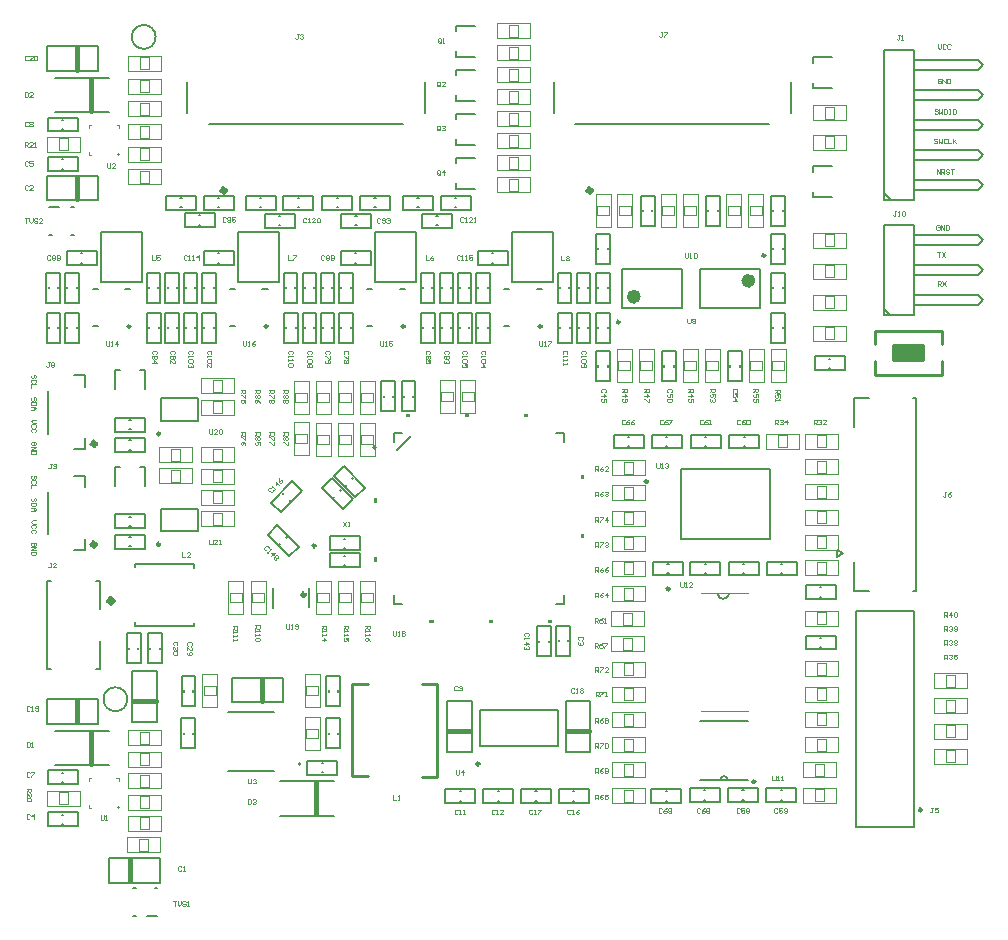
<source format=gbr>
G04*
G04 #@! TF.GenerationSoftware,Altium Limited,Altium Designer,24.1.2 (44)*
G04*
G04 Layer_Color=65535*
%FSLAX44Y44*%
%MOMM*%
G71*
G04*
G04 #@! TF.SameCoordinates,1E1B0E3F-32AE-4E86-94FA-F8EE38DC9C5D*
G04*
G04*
G04 #@! TF.FilePolarity,Positive*
G04*
G01*
G75*
%ADD10C,0.2540*%
%ADD11C,0.1540*%
%ADD12C,0.2520*%
%ADD13C,0.3810*%
%ADD14C,0.2500*%
%ADD15C,0.6000*%
%ADD16C,0.5080*%
%ADD17C,0.3000*%
%ADD18C,0.2000*%
%ADD19C,0.1270*%
%ADD20C,0.1200*%
%ADD21C,0.1500*%
%ADD22C,0.1524*%
%ADD23C,0.1000*%
%ADD24R,2.5400X1.2700*%
G36*
X368295Y274030D02*
X364485D01*
Y271490D01*
X368295D01*
Y274030D01*
D02*
G37*
G36*
X320381Y326944D02*
X317841D01*
Y323134D01*
X320381D01*
Y326944D01*
D02*
G37*
G36*
X320381Y376944D02*
X317841D01*
Y373134D01*
X320381D01*
Y376944D01*
D02*
G37*
G36*
X348295Y446048D02*
X344485D01*
Y448588D01*
X348295D01*
Y446048D01*
D02*
G37*
G36*
X398295Y446048D02*
X394485D01*
Y448588D01*
X398295D01*
Y446048D01*
D02*
G37*
G36*
X418295Y274030D02*
X414485D01*
Y271490D01*
X418295D01*
Y274030D01*
D02*
G37*
G36*
X468295D02*
X464485D01*
Y271490D01*
X468295D01*
Y274030D01*
D02*
G37*
G36*
X492399Y346944D02*
X494939D01*
Y343134D01*
X492399D01*
Y346944D01*
D02*
G37*
G36*
Y396944D02*
X494939D01*
Y393134D01*
X492399D01*
Y396944D01*
D02*
G37*
G36*
X448295Y446048D02*
X444485D01*
Y448588D01*
X448295D01*
Y446048D01*
D02*
G37*
D10*
X567769Y300217D02*
G03*
X567769Y300217I-1250J0D01*
G01*
X459449Y522356D02*
G03*
X459449Y522356I-1256J0D01*
G01*
X111355D02*
G03*
X111355Y522356I-1256J0D01*
G01*
X781395Y112990D02*
G03*
X781395Y112990I-1270J0D01*
G01*
X227387Y522356D02*
G03*
X227387Y522356I-1256J0D01*
G01*
X343418D02*
G03*
X343418Y522356I-1256J0D01*
G01*
X798197Y481455D02*
Y492885D01*
Y507109D02*
Y518539D01*
X741809D02*
X798197D01*
X741809Y481455D02*
X798197D01*
X757303Y493647D02*
X782703D01*
X757303D02*
Y506347D01*
X782703D01*
Y493647D02*
Y506347D01*
X741809Y481455D02*
Y492885D01*
Y507109D02*
Y518539D01*
X100742Y115907D02*
X100774D01*
X100862Y668636D02*
X100894D01*
X299228Y219802D02*
X312141D01*
X299228Y141495D02*
Y219802D01*
Y141495D02*
X312141D01*
X357861Y141267D02*
X371029D01*
Y219802D01*
X357861D02*
X371029D01*
D11*
X608435Y295849D02*
G03*
X618018Y295717I4802J680D01*
G01*
D12*
X318643Y420039D02*
G03*
X318643Y420039I-762J0D01*
G01*
D13*
X501781Y637497D02*
G03*
X501781Y637497I-1778J0D01*
G01*
X191781Y637497D02*
G03*
X191781Y637497I-1778J0D01*
G01*
X82031Y422963D02*
G03*
X82031Y422963I-1778J0D01*
G01*
Y337737D02*
G03*
X82031Y337737I-1778J0D01*
G01*
X111215Y52498D02*
Y71228D01*
X66007Y187067D02*
Y205797D01*
X77576Y179039D02*
X77660Y152122D01*
X222775Y205105D02*
Y223835D01*
X65811Y630288D02*
Y649018D01*
X66128Y739796D02*
Y758526D01*
X77696Y731768D02*
X77781Y704851D01*
X480827Y180121D02*
X499557D01*
X380243D02*
X398973D01*
X268195Y136175D02*
X268279Y109258D01*
X113862Y205377D02*
X132591D01*
D14*
X136381Y337871D02*
G03*
X136381Y337871I-1250J0D01*
G01*
X136381Y431525D02*
G03*
X136381Y431525I-1250J0D01*
G01*
X648731Y582592D02*
G03*
X648731Y582592I-1250J0D01*
G01*
X525591Y526092D02*
G03*
X525591Y526092I-1250J0D01*
G01*
X268074Y336707D02*
G03*
X268074Y336707I-1250J0D01*
G01*
X406837Y152085D02*
G03*
X406837Y152085I-1250J0D01*
G01*
X640443Y136976D02*
G03*
X640443Y136976I-1250J0D01*
G01*
X549253Y390997D02*
G03*
X549253Y390997I-1250J0D01*
G01*
D15*
X637431Y561092D02*
G03*
X637431Y561092I-3000J0D01*
G01*
X540391Y547592D02*
G03*
X540391Y547592I-3000J0D01*
G01*
D16*
X96531Y290007D02*
G03*
X96531Y290007I-1778J0D01*
G01*
D17*
X259504Y295364D02*
G03*
X259504Y295364I-1632J0D01*
G01*
D18*
X255453Y151947D02*
G03*
X255453Y151947I-1000J0D01*
G01*
X616779Y138500D02*
G03*
X610683Y138500I-3048J0D01*
G01*
X661781Y121614D02*
X662781D01*
X661781Y129614D02*
X662781D01*
X629399Y121614D02*
X630399D01*
X629399Y129614D02*
X630399D01*
X597017Y129614D02*
X598017D01*
X597017Y121614D02*
X598017D01*
X564636Y128958D02*
X565636D01*
X564636Y120958D02*
X565636D01*
X110003Y249497D02*
Y250497D01*
X118003Y249497D02*
Y250497D01*
X127959Y249497D02*
Y250497D01*
X135959Y249497D02*
Y250497D01*
X131672Y46842D02*
X134172D01*
X113172D02*
X115672D01*
X113172Y22842D02*
X115672D01*
X125672D02*
X134172D01*
X47030Y150957D02*
X92730D01*
X47030Y180257D02*
X92730D01*
X53503Y108997D02*
X54503D01*
X53503Y100997D02*
X54503D01*
X53362Y136600D02*
X54363D01*
X53362Y144600D02*
X54363D01*
X293377Y388265D02*
X294084Y387558D01*
X299033Y393922D02*
X299741Y393215D01*
X288906Y383992D02*
X289614Y383285D01*
X283250Y378335D02*
X283957Y377628D01*
X292170Y342680D02*
X293170D01*
X292170Y334680D02*
X293170D01*
X292170Y320371D02*
X293170D01*
X292170Y328371D02*
X293170D01*
X279010Y213248D02*
Y214248D01*
X287010Y213248D02*
Y214248D01*
X279010Y177497D02*
Y178497D01*
X287010Y177497D02*
Y178497D01*
X273209Y144747D02*
X274209D01*
X273209Y152747D02*
X274209D01*
X156415Y213248D02*
Y214248D01*
X164415Y213248D02*
Y214248D01*
X156253Y177497D02*
Y178497D01*
X164253Y177497D02*
Y178497D01*
X386993Y660458D02*
Y664958D01*
Y638958D02*
Y643458D01*
Y638958D02*
X403243D01*
X386993Y664958D02*
X403243D01*
X386993Y697696D02*
Y702196D01*
Y676196D02*
Y680696D01*
Y676196D02*
X403243D01*
X386993Y702196D02*
X403243D01*
X386993Y734934D02*
Y739434D01*
Y713434D02*
Y717934D01*
Y713434D02*
X403243D01*
X386993Y739434D02*
X403243D01*
X386993Y776672D02*
X403243D01*
X386993Y750672D02*
X403243D01*
X386993D02*
Y755172D01*
Y772172D02*
Y776672D01*
X775003Y747999D02*
X829190D01*
X775257Y739532D02*
X829190D01*
X833423Y743765D01*
X829190Y747999D02*
X833423Y743765D01*
X775257Y722599D02*
X829190D01*
X775257Y714132D02*
X829190D01*
X775003Y697199D02*
X829190D01*
X775257Y688732D02*
X829190D01*
X833423Y692965D01*
X829190Y722599D02*
X833423Y718365D01*
X829190Y714132D02*
X833423Y718365D01*
X829190Y697199D02*
X833423Y692965D01*
X775257Y671799D02*
X829190D01*
X775257Y663332D02*
X829190D01*
X775003Y646399D02*
X829190D01*
X775257Y637932D02*
X829190D01*
X775003Y629465D02*
Y756465D01*
X749603D02*
X775003D01*
X749603Y629465D02*
X775003D01*
X749603D02*
Y756465D01*
X750026Y634122D02*
X754260Y629889D01*
X829190Y637932D02*
X833423Y642165D01*
X829190Y671799D02*
X833423Y667565D01*
X829190Y663332D02*
X833423Y667565D01*
X829190Y646399D02*
X833423Y642165D01*
X775003Y599630D02*
X829190D01*
X775257Y591164D02*
X829190D01*
X833423Y595397D01*
X829190Y599630D02*
X833423Y595397D01*
X775257Y574230D02*
X829190D01*
X775257Y565763D02*
X829190D01*
X775003Y548830D02*
X829190D01*
X775257Y540364D02*
X829190D01*
X775003Y531897D02*
Y608097D01*
X749603D02*
X775003D01*
X749603Y531897D02*
X775003D01*
X749603D02*
Y608097D01*
X750026Y536553D02*
X754260Y532320D01*
X829190Y540364D02*
X833423Y544597D01*
X829190Y574230D02*
X833423Y569997D01*
X829190Y565763D02*
X833423Y569997D01*
X829190Y548830D02*
X833423Y544597D01*
X486169Y120958D02*
X487169D01*
X486169Y128958D02*
X487169D01*
X454144D02*
X455144D01*
X454144Y120958D02*
X455144D01*
X422119Y120958D02*
X423119D01*
X422119Y128958D02*
X423119D01*
X390094Y120958D02*
X391094D01*
X390094Y128958D02*
X391094D01*
X630616Y421006D02*
X631616D01*
X630616Y429006D02*
X631616D01*
X597803D02*
X598803D01*
X597803Y421006D02*
X598803D01*
X564990Y421006D02*
X565990D01*
X564990Y429006D02*
X565990D01*
X532754Y421006D02*
X533754D01*
X532754Y429006D02*
X533754D01*
X619277Y488321D02*
Y489321D01*
X627277Y488321D02*
Y489321D01*
X571383Y488321D02*
Y489321D01*
X563383Y488321D02*
Y489321D01*
X515490Y488321D02*
Y489321D01*
X507490Y488321D02*
Y489321D01*
X42253Y599497D02*
X44753D01*
X60753D02*
X63253D01*
X60753Y623497D02*
X63253D01*
X42253D02*
X50753D01*
X53483Y655997D02*
X54483D01*
X53483Y663997D02*
X54483D01*
X53483Y689329D02*
X54483D01*
X53483Y697329D02*
X54483D01*
X47151Y732986D02*
X92850D01*
X47151Y703686D02*
X92850D01*
X169533Y608645D02*
X170533D01*
X169533Y616645D02*
X170533D01*
X236995Y607883D02*
X237995D01*
X236995Y615883D02*
X237995D01*
X370312Y607883D02*
X371312D01*
X370312Y615883D02*
X371312D01*
X301810Y607883D02*
X302810D01*
X301810Y615883D02*
X302810D01*
X185533Y584254D02*
X186533D01*
X185533Y576255D02*
X186533D01*
X69502Y584254D02*
X70502D01*
X69502Y576255D02*
X70502D01*
X301565Y584254D02*
X302565D01*
X301565Y576255D02*
X302565D01*
X417596Y584254D02*
X418596D01*
X417596Y576255D02*
X418596D01*
X173715Y520817D02*
Y521817D01*
X181715Y520817D02*
Y521817D01*
X166180Y520817D02*
Y521817D01*
X158180Y520817D02*
Y521817D01*
X142779Y520817D02*
Y521817D01*
X150779Y520817D02*
Y521817D01*
X127109Y520817D02*
Y521817D01*
X135109Y520817D02*
Y521817D01*
X168131Y348871D02*
Y367871D01*
X137131Y348871D02*
Y367871D01*
X168131D01*
X137131Y348871D02*
X168131D01*
X168131Y442525D02*
Y461525D01*
X137131Y442525D02*
Y461525D01*
X168131D01*
X137131Y442525D02*
X168131D01*
X593431Y537592D02*
Y571092D01*
X644431Y537592D02*
Y571092D01*
X593431Y537592D02*
X644431D01*
X593431Y571092D02*
X644431D01*
X578391Y537592D02*
Y571092D01*
X527391Y537592D02*
Y571092D01*
X578391D01*
X527391Y537592D02*
X578391D01*
X232349Y284315D02*
Y301333D01*
X262349Y284442D02*
Y301206D01*
X246045Y374815D02*
X246752Y375522D01*
X240389Y380472D02*
X241096Y381179D01*
X243094Y343980D02*
X243801Y343273D01*
X237438Y338323D02*
X238145Y337616D01*
X473822Y255618D02*
Y256618D01*
X481822Y255618D02*
Y256618D01*
X465390Y255362D02*
Y256362D01*
X457390Y255362D02*
Y256362D01*
X472987Y166835D02*
Y197835D01*
X406987Y166835D02*
Y197835D01*
X472987D01*
X406987Y166835D02*
X472987D01*
X237649Y108094D02*
X283349D01*
X237649Y137394D02*
X283349D01*
X593731Y138392D02*
X633731D01*
X593731Y188392D02*
X633731D01*
X702832Y487167D02*
X703832D01*
X702832Y495167D02*
X703832D01*
X774753Y98547D02*
Y281447D01*
X725253Y98547D02*
Y281447D01*
X774753D01*
X725253Y98547D02*
X774753D01*
X507473Y520817D02*
Y521817D01*
X515473Y520817D02*
Y521817D01*
X695270Y258826D02*
X696270D01*
X695270Y250826D02*
X696270D01*
X695270Y301596D02*
X696270D01*
X695270Y293596D02*
X696270D01*
X689305Y657903D02*
X705555D01*
X689305Y631903D02*
X705555D01*
X689305D02*
Y636403D01*
Y653403D02*
Y657903D01*
Y750105D02*
X705555D01*
X689305Y724105D02*
X705555D01*
X689305D02*
Y728605D01*
Y745605D02*
Y750105D01*
X553188Y619967D02*
Y620967D01*
X545188Y619967D02*
Y620967D01*
X600414Y619967D02*
Y620967D01*
X608414Y619967D02*
Y620967D01*
X655639Y619967D02*
Y620967D01*
X663639Y619967D02*
Y620967D01*
X597529Y313502D02*
X598530D01*
X597529Y321502D02*
X598530D01*
X662043Y313502D02*
X663043D01*
X662043Y321502D02*
X663043D01*
X630167Y313502D02*
X631167D01*
X630167Y321502D02*
X631167D01*
X565908Y313502D02*
X566908D01*
X565908Y321502D02*
X566908D01*
X123959Y386985D02*
Y403235D01*
X97959Y386985D02*
Y403235D01*
X102459D01*
X119459D02*
X123959D01*
X119459Y485715D02*
X123959D01*
X97959D02*
X102459D01*
X97959Y469465D02*
Y485715D01*
X123959Y469465D02*
Y485715D01*
X110459Y425891D02*
X111459D01*
X110459Y417891D02*
X111459D01*
X110459Y435179D02*
X111459D01*
X110459Y443179D02*
X111459D01*
X110459Y336085D02*
X111459D01*
X110459Y344085D02*
X111459D01*
X110459Y361371D02*
X111459D01*
X110459Y353371D02*
X111459D01*
X220995Y631123D02*
X221995D01*
X220995Y623123D02*
X221995D01*
X354312Y631119D02*
X355312D01*
X354312Y623119D02*
X355312D01*
X285810Y631123D02*
X286810D01*
X285810Y623123D02*
X286810D01*
X150779Y554616D02*
Y555616D01*
X142779Y554616D02*
Y555616D01*
X166060Y554616D02*
Y555616D01*
X158060Y554616D02*
Y555616D01*
X181715Y554616D02*
Y555616D01*
X173715Y554616D02*
Y555616D01*
X250781Y554616D02*
Y555616D01*
X242780Y554616D02*
Y555616D01*
X266810Y554616D02*
Y555616D01*
X258810Y554616D02*
Y555616D01*
X282091Y554616D02*
Y555616D01*
X274091Y554616D02*
Y555616D01*
X297746Y554616D02*
Y555616D01*
X289746Y554616D02*
Y555616D01*
X243141Y520817D02*
Y521817D01*
X251140Y520817D02*
Y521817D01*
X258810Y520817D02*
Y521817D01*
X266810Y520817D02*
Y521817D01*
X282211Y520817D02*
Y521817D01*
X274211Y520817D02*
Y521817D01*
X289746Y520817D02*
Y521817D01*
X297746Y520817D02*
Y521817D01*
X359172Y520817D02*
Y521817D01*
X367172Y520817D02*
Y521817D01*
X374841Y520817D02*
Y521817D01*
X382841Y520817D02*
Y521817D01*
X398242Y520817D02*
Y521817D01*
X390242Y520817D02*
Y521817D01*
X405778Y520817D02*
Y521817D01*
X413778Y520817D02*
Y521817D01*
X490872Y520817D02*
Y521817D01*
X498872Y520817D02*
Y521817D01*
X655639Y554784D02*
Y555784D01*
X663639Y554784D02*
Y555784D01*
X655639Y520817D02*
Y521817D01*
X663639Y520817D02*
Y521817D01*
X663639Y587601D02*
Y588601D01*
X655639Y587601D02*
Y588601D01*
X515473Y554784D02*
Y555784D01*
X507473Y554784D02*
Y555784D01*
X515473Y587601D02*
Y588601D01*
X507473Y587601D02*
Y588601D01*
X42028Y554616D02*
Y555616D01*
X50029Y554616D02*
Y555616D01*
X358812Y554616D02*
Y555616D01*
X366812Y554616D02*
Y555616D01*
X374841Y554616D02*
Y555616D01*
X382841Y554616D02*
Y555616D01*
X126749Y554616D02*
Y555616D01*
X134749Y554616D02*
Y555616D01*
X57684Y554616D02*
Y555616D01*
X65684Y554616D02*
Y555616D01*
X483203Y520817D02*
Y521817D01*
X475203Y520817D02*
Y521817D01*
X474843Y554616D02*
Y555616D01*
X482843Y554616D02*
Y555616D01*
X405778Y554616D02*
Y555616D01*
X413778Y554616D02*
Y555616D01*
X42148Y520817D02*
Y521817D01*
X50149Y520817D02*
Y521817D01*
X65684Y520817D02*
Y521817D01*
X57684Y520817D02*
Y521817D01*
X490872Y554616D02*
Y555616D01*
X498872Y554616D02*
Y555616D01*
X390122Y554616D02*
Y555616D01*
X398122Y554616D02*
Y555616D01*
X153533Y623123D02*
X154533D01*
X153533Y631123D02*
X154533D01*
X386312Y631123D02*
X387312D01*
X386312Y623123D02*
X387312D01*
X252995Y631123D02*
X253995D01*
X252995Y623123D02*
X253995D01*
X317810Y631119D02*
X318810D01*
X317810Y623119D02*
X318810D01*
X185533Y631123D02*
X186533D01*
X185533Y623123D02*
X186533D01*
X350756Y462576D02*
Y463576D01*
X342756Y462576D02*
Y463576D01*
X325600Y462574D02*
Y463574D01*
X333600Y462574D02*
Y463574D01*
D19*
X108636Y206751D02*
G03*
X108636Y206751I-10080J0D01*
G01*
X132581Y767496D02*
G03*
X132581Y767496I-10080J0D01*
G01*
X674981Y119771D02*
Y131455D01*
X649581Y119771D02*
Y131455D01*
X674981D01*
X649581Y119771D02*
X674981D01*
X642599D02*
Y131455D01*
X617199Y119771D02*
Y131455D01*
X642599D01*
X617199Y119771D02*
X642599D01*
X584818Y119773D02*
Y131457D01*
X610218Y119773D02*
Y131457D01*
X584818Y119773D02*
X610218D01*
X584818Y131457D02*
X610218D01*
X552436Y119116D02*
Y130800D01*
X577836Y119116D02*
Y130800D01*
X552436Y119116D02*
X577836D01*
X552436Y130800D02*
X577836D01*
X119846Y237296D02*
Y262696D01*
X108162Y237296D02*
Y262696D01*
Y237296D02*
X119846D01*
X108162Y262696D02*
X119846D01*
X137802Y237296D02*
Y262696D01*
X126118Y237296D02*
Y262696D01*
Y237296D02*
X137802D01*
X126118Y262696D02*
X137802D01*
X41303Y99156D02*
Y110840D01*
X66703Y99156D02*
Y110840D01*
X41303Y99156D02*
X66703D01*
X41303Y110840D02*
X66703D01*
X41163Y146443D02*
X66563D01*
X41163Y134759D02*
X66563D01*
Y146443D01*
X41163Y134759D02*
Y146443D01*
X301407Y377629D02*
X309669Y385890D01*
X283447Y395589D02*
X291708Y403851D01*
X309669Y385890D01*
X283447Y395589D02*
X301407Y377629D01*
X273321Y385660D02*
X281583Y393922D01*
X291282Y367699D02*
X299544Y375961D01*
X273321Y385660D02*
X291282Y367699D01*
X281583Y393922D02*
X299544Y375961D01*
X279970Y332839D02*
Y344523D01*
X305370Y332839D02*
Y344523D01*
X279970Y332839D02*
X305370D01*
X279970Y344523D02*
X305370D01*
X305369Y318528D02*
Y330212D01*
X279969Y318528D02*
Y330212D01*
X305369D01*
X279969Y318528D02*
X305369D01*
X277167Y201048D02*
X288851D01*
X277167Y226448D02*
X288851D01*
Y201048D02*
Y226448D01*
X277167Y201048D02*
Y226448D01*
Y165297D02*
X288851D01*
X277167Y190697D02*
X288851D01*
Y165297D02*
Y190697D01*
X277167Y165297D02*
Y190697D01*
X286409Y142904D02*
Y154588D01*
X261009Y142904D02*
Y154588D01*
X286409D01*
X261009Y142904D02*
X286409D01*
X166258Y201047D02*
Y226447D01*
X154574Y201047D02*
Y226447D01*
Y201047D02*
X166258D01*
X154574Y226447D02*
X166258D01*
X166096Y165296D02*
Y190696D01*
X154412Y165296D02*
Y190696D01*
Y165296D02*
X166096D01*
X154412Y190696D02*
X166096D01*
X473969Y130800D02*
X499369D01*
X473969Y119116D02*
X499369D01*
Y130800D01*
X473969Y119116D02*
Y130800D01*
X441944Y119116D02*
Y130800D01*
X467344Y119116D02*
Y130800D01*
X441944Y119116D02*
X467344D01*
X441944Y130800D02*
X467344D01*
X435319Y119115D02*
Y130799D01*
X409919Y119115D02*
Y130799D01*
X435319D01*
X409919Y119115D02*
X435319D01*
X403294D02*
Y130799D01*
X377894Y119115D02*
Y130799D01*
X403294D01*
X377894Y119115D02*
X403294D01*
X724003Y437197D02*
Y461997D01*
Y297997D02*
Y322797D01*
X776003Y297997D02*
Y461997D01*
X724003Y297997D02*
X737003D01*
X724003Y461997D02*
X737003D01*
X709333Y327217D02*
Y333217D01*
X714333Y330217D01*
X709333Y327217D02*
X714333Y330217D01*
X773503Y297997D02*
X776003D01*
X773503Y461997D02*
X776003D01*
X618417Y430849D02*
X643817D01*
X618417Y419165D02*
X643817D01*
Y430849D01*
X618417Y419165D02*
Y430849D01*
X585603Y419165D02*
Y430849D01*
X611003Y419165D02*
Y430849D01*
X585603Y419165D02*
X611003D01*
X585603Y430849D02*
X611003D01*
X578189Y419163D02*
Y430847D01*
X552789Y419163D02*
Y430847D01*
X578189D01*
X552789Y419163D02*
X578189D01*
X545953D02*
Y430847D01*
X520553Y419163D02*
Y430847D01*
X545953D01*
X520553Y419163D02*
X545953D01*
X617435Y476122D02*
X629118D01*
X617435Y501522D02*
X629118D01*
Y476122D02*
Y501522D01*
X617435Y476122D02*
Y501522D01*
X561541Y476122D02*
Y501522D01*
X573225Y476122D02*
Y501522D01*
X561541D02*
X573225D01*
X561541Y476122D02*
X573225D01*
X505647D02*
Y501522D01*
X517331Y476122D02*
Y501522D01*
X505647D02*
X517331D01*
X505647Y476122D02*
X517331D01*
X670503Y702997D02*
Y729497D01*
X469503Y702997D02*
Y729497D01*
X488003Y693997D02*
X652003D01*
X178003Y693997D02*
X342003D01*
X159503Y702997D02*
Y729497D01*
X360503Y702997D02*
Y729497D01*
X41283Y665840D02*
X66683D01*
X41283Y654156D02*
X66683D01*
Y665840D01*
X41283Y654156D02*
Y665840D01*
Y699172D02*
X66683D01*
X41283Y687488D02*
X66683D01*
Y699172D01*
X41283Y687488D02*
Y699172D01*
X182733Y606802D02*
Y618486D01*
X157333Y606802D02*
Y618486D01*
X182733D01*
X157333Y606802D02*
X182733D01*
X250195Y606040D02*
Y617724D01*
X224795Y606040D02*
Y617724D01*
X250195D01*
X224795Y606040D02*
X250195D01*
X383511D02*
Y617724D01*
X358111Y606040D02*
Y617724D01*
X383511D01*
X358111Y606040D02*
X383511D01*
X315009D02*
Y617724D01*
X289609Y606040D02*
Y617724D01*
X315009D01*
X289609Y606040D02*
X315009D01*
X173334Y574413D02*
Y586097D01*
X198734Y574413D02*
Y586097D01*
X173334Y574413D02*
X198734D01*
X173334Y586097D02*
X198734D01*
X57302Y574413D02*
Y586097D01*
X82702Y574413D02*
Y586097D01*
X57302Y574413D02*
X82702D01*
X57302Y586097D02*
X82702D01*
X289365Y574413D02*
Y586097D01*
X314765Y574413D02*
Y586097D01*
X289365Y574413D02*
X314765D01*
X289365Y586097D02*
X314765D01*
X405396Y574413D02*
Y586097D01*
X430796Y574413D02*
Y586097D01*
X405396Y574413D02*
X430796D01*
X405396Y586097D02*
X430796D01*
X171872Y508617D02*
X183556D01*
X171872Y534017D02*
X183556D01*
Y508617D02*
Y534017D01*
X171872Y508617D02*
Y534017D01*
X156339Y534016D02*
X168023D01*
X156339Y508616D02*
X168023D01*
X156339D02*
Y534016D01*
X168023Y508616D02*
Y534016D01*
X140936Y508617D02*
X152620D01*
X140936Y534017D02*
X152620D01*
Y508617D02*
Y534017D01*
X140936Y508617D02*
Y534017D01*
X125266Y508617D02*
X136950D01*
X125266Y534017D02*
X136950D01*
Y508617D02*
Y534017D01*
X125266Y508617D02*
Y534017D01*
X248420Y391107D02*
X256682Y382845D01*
X230460Y373147D02*
X238722Y364885D01*
X230460Y373147D02*
X248420Y391107D01*
X238722Y364885D02*
X256682Y382845D01*
X227509Y345647D02*
X235771Y353909D01*
X245470Y327687D02*
X253732Y335949D01*
X227509Y345647D02*
X245470Y327687D01*
X235771Y353909D02*
X253732Y335949D01*
X471979Y243418D02*
X483663D01*
X471979Y268818D02*
X483663D01*
Y243418D02*
Y268818D01*
X471979Y243418D02*
Y268818D01*
X455548Y243163D02*
Y268563D01*
X467232Y243163D02*
Y268563D01*
X455548D02*
X467232D01*
X455548Y243163D02*
X467232D01*
X194253Y196247D02*
X233253D01*
X194253Y145747D02*
X233253D01*
X690633Y497010D02*
X716033D01*
X690633Y485326D02*
X716033D01*
Y497010D01*
X690633Y485326D02*
Y497010D01*
X505630Y508617D02*
X517314D01*
X505630Y534017D02*
X517314D01*
Y508617D02*
Y534017D01*
X505630Y508617D02*
Y534017D01*
X683069Y248983D02*
X708469D01*
X683069Y260667D02*
X708469D01*
X683069Y248983D02*
Y260667D01*
X708469Y248983D02*
Y260667D01*
X683069Y291753D02*
X708469D01*
X683069Y303437D02*
X708469D01*
X683069Y291753D02*
Y303437D01*
X708469Y291753D02*
Y303437D01*
X543347Y633166D02*
X555031D01*
X543347Y607766D02*
X555031D01*
X543347D02*
Y633166D01*
X555031Y607766D02*
Y633166D01*
X610256Y607766D02*
Y633166D01*
X598572Y607766D02*
Y633166D01*
Y607766D02*
X610256D01*
X598572Y633166D02*
X610256D01*
X665482Y607766D02*
Y633166D01*
X653798Y607766D02*
Y633166D01*
Y607766D02*
X665482D01*
X653798Y633166D02*
X665482D01*
X610729Y311659D02*
Y323343D01*
X585329Y311659D02*
Y323343D01*
X610729D01*
X585329Y311659D02*
X610729D01*
X675243D02*
Y323343D01*
X649843Y311659D02*
Y323343D01*
X675243D01*
X649843Y311659D02*
X675243D01*
X643367D02*
Y323343D01*
X617967Y311659D02*
Y323343D01*
X643367D01*
X617967Y311659D02*
X643367D01*
X579107D02*
Y323343D01*
X553707Y311659D02*
Y323343D01*
X579107D01*
X553707Y311659D02*
X579107D01*
X98259Y416048D02*
X123659D01*
X98259Y427732D02*
X123659D01*
X98259Y416048D02*
Y427732D01*
X123659Y416048D02*
Y427732D01*
X98260Y445022D02*
X123660D01*
X98260Y433338D02*
X123660D01*
Y445022D01*
X98260Y433338D02*
Y445022D01*
X123659Y334242D02*
Y345926D01*
X98259Y334242D02*
Y345926D01*
X123659D01*
X98259Y334242D02*
X123659D01*
X98260Y351530D02*
Y363214D01*
X123660Y351530D02*
Y363214D01*
X98260Y351530D02*
X123660D01*
X98260Y363214D02*
X123660D01*
X208795Y621282D02*
Y632966D01*
X234195Y621282D02*
Y632966D01*
X208795Y621282D02*
X234195D01*
X208795Y632966D02*
X234195D01*
X342112Y621278D02*
Y632962D01*
X367512Y621278D02*
Y632962D01*
X342112Y621278D02*
X367512D01*
X342112Y632962D02*
X367512D01*
X273610Y621282D02*
Y632966D01*
X299010Y621282D02*
Y632966D01*
X273610Y621282D02*
X299010D01*
X273610Y632966D02*
X299010D01*
X140937Y567816D02*
X152621D01*
X140937Y542416D02*
X152621D01*
X140937D02*
Y567816D01*
X152621Y542416D02*
Y567816D01*
X156219D02*
X167903D01*
X156219Y542416D02*
X167903D01*
X156219D02*
Y567816D01*
X167903Y542416D02*
Y567816D01*
X171874D02*
X183558D01*
X171874Y542416D02*
X183558D01*
X171874D02*
Y567816D01*
X183558Y542416D02*
Y567816D01*
X240939D02*
X252623D01*
X240939Y542416D02*
X252623D01*
X240939D02*
Y567816D01*
X252623Y542416D02*
Y567816D01*
X256969D02*
X268653D01*
X256969Y542416D02*
X268653D01*
X256969D02*
Y567816D01*
X268653Y542416D02*
Y567816D01*
X272250D02*
X283934D01*
X272250Y542416D02*
X283934D01*
X272250D02*
Y567816D01*
X283934Y542416D02*
Y567816D01*
X287905D02*
X299589D01*
X287905Y542416D02*
X299589D01*
X287905D02*
Y567816D01*
X299589Y542416D02*
Y567816D01*
X241298Y508617D02*
X252982D01*
X241298Y534017D02*
X252982D01*
Y508617D02*
Y534017D01*
X241298Y508617D02*
Y534017D01*
X256967Y508617D02*
X268651D01*
X256967Y534017D02*
X268651D01*
Y508617D02*
Y534017D01*
X256967Y508617D02*
Y534017D01*
X272370Y534016D02*
X284054D01*
X272370Y508616D02*
X284054D01*
X272370D02*
Y534016D01*
X284054Y508616D02*
Y534016D01*
X287904Y508617D02*
X299588D01*
X287904Y534017D02*
X299588D01*
Y508617D02*
Y534017D01*
X287904Y508617D02*
Y534017D01*
X357329Y508617D02*
X369013D01*
X357329Y534017D02*
X369013D01*
Y508617D02*
Y534017D01*
X357329Y508617D02*
Y534017D01*
X372998Y508617D02*
X384682D01*
X372998Y534017D02*
X384682D01*
Y508617D02*
Y534017D01*
X372998Y508617D02*
Y534017D01*
X388401Y534016D02*
X400085D01*
X388401Y508616D02*
X400085D01*
X388401D02*
Y534016D01*
X400085Y508616D02*
Y534016D01*
X403935Y508617D02*
X415619D01*
X403935Y534017D02*
X415619D01*
Y508617D02*
Y534017D01*
X403935Y508617D02*
Y534017D01*
X489030Y508617D02*
X500714D01*
X489030Y534017D02*
X500714D01*
Y508617D02*
Y534017D01*
X489030Y508617D02*
Y534017D01*
X653796Y542585D02*
X665480D01*
X653796Y567985D02*
X665480D01*
Y542585D02*
Y567985D01*
X653796Y542585D02*
Y567985D01*
Y508617D02*
X665480D01*
X653796Y534017D02*
X665480D01*
Y508617D02*
Y534017D01*
X653796Y508617D02*
Y534017D01*
X653798Y600800D02*
X665482D01*
X653798Y575400D02*
X665482D01*
X653798D02*
Y600800D01*
X665482Y575400D02*
Y600800D01*
X505631Y567984D02*
X517315D01*
X505631Y542584D02*
X517315D01*
X505631D02*
Y567984D01*
X517315Y542584D02*
Y567984D01*
X505631Y600800D02*
X517315D01*
X505631Y575400D02*
X517315D01*
X505631D02*
Y600800D01*
X517315Y575400D02*
Y600800D01*
X51871Y542416D02*
Y567816D01*
X40187Y542416D02*
Y567816D01*
Y542416D02*
X51871D01*
X40187Y567816D02*
X51871D01*
X368655Y542416D02*
Y567816D01*
X356971Y542416D02*
Y567816D01*
Y542416D02*
X368655D01*
X356971Y567816D02*
X368655D01*
X384684Y542416D02*
Y567816D01*
X373000Y542416D02*
Y567816D01*
Y542416D02*
X384684D01*
X373000Y567816D02*
X384684D01*
X136592Y542416D02*
Y567816D01*
X124908Y542416D02*
Y567816D01*
Y542416D02*
X136592D01*
X124908Y567816D02*
X136592D01*
X67527Y542416D02*
Y567816D01*
X55843Y542416D02*
Y567816D01*
Y542416D02*
X67527D01*
X55843Y567816D02*
X67527D01*
X473360Y508617D02*
Y534017D01*
X485044Y508617D02*
Y534017D01*
X473360D02*
X485044D01*
X473360Y508617D02*
X485044D01*
X484686Y542416D02*
Y567816D01*
X473002Y542416D02*
Y567816D01*
Y542416D02*
X484686D01*
X473002Y567816D02*
X484686D01*
X415620Y542416D02*
Y567816D01*
X403937Y542416D02*
Y567816D01*
Y542416D02*
X415620D01*
X403937Y567816D02*
X415620D01*
X51991Y508616D02*
Y534016D01*
X40307Y508616D02*
Y534016D01*
Y508616D02*
X51991D01*
X40307Y534016D02*
X51991D01*
X55841Y508617D02*
Y534017D01*
X67525Y508617D02*
Y534017D01*
X55841D02*
X67525D01*
X55841Y508617D02*
X67525D01*
X500715Y542416D02*
Y567816D01*
X489031Y542416D02*
Y567816D01*
Y542416D02*
X500715D01*
X489031Y567816D02*
X500715D01*
X399965Y542416D02*
Y567816D01*
X388281Y542416D02*
Y567816D01*
Y542416D02*
X399965D01*
X388281Y567816D02*
X399965D01*
X141334Y632966D02*
X166734D01*
X141334Y621282D02*
X166734D01*
Y632966D01*
X141334Y621282D02*
Y632966D01*
X374111Y621280D02*
X399511D01*
X374111Y632964D02*
X399511D01*
X374111Y621280D02*
Y632964D01*
X399511Y621280D02*
Y632964D01*
X240795Y621280D02*
X266195D01*
X240795Y632964D02*
X266195D01*
X240795Y621280D02*
Y632964D01*
X266195Y621280D02*
Y632964D01*
X305609Y621276D02*
X331009D01*
X305609Y632960D02*
X331009D01*
X305609Y621276D02*
Y632960D01*
X331009Y621276D02*
Y632960D01*
X173333Y621280D02*
X198733D01*
X173333Y632964D02*
X198733D01*
X173333Y621280D02*
Y632964D01*
X198733Y621280D02*
Y632964D01*
X340913Y450377D02*
Y475777D01*
X352597Y450377D02*
Y475777D01*
X340913D02*
X352597D01*
X340913Y450377D02*
X352597D01*
X335442Y450373D02*
Y475773D01*
X323758Y450373D02*
Y475773D01*
Y450373D02*
X335442D01*
X323758Y475773D02*
X335442D01*
D20*
X594018Y196867D02*
X634018D01*
X594018Y296567D02*
X634018D01*
X624439Y466981D02*
X625105Y467647D01*
Y468980D01*
X624439Y469647D01*
X621773D01*
X621106Y468980D01*
Y467647D01*
X621773Y466981D01*
X625105Y462982D02*
Y465648D01*
X623106D01*
X623772Y464315D01*
Y463649D01*
X623106Y462982D01*
X621773D01*
X621106Y463649D01*
Y464981D01*
X621773Y465648D01*
X621106Y459650D02*
X625105D01*
X623106Y461649D01*
Y458983D01*
X576916Y305783D02*
Y302451D01*
X577582Y301785D01*
X578915D01*
X579581Y302451D01*
Y305783D01*
X580914Y301785D02*
X582247D01*
X581581D01*
Y305783D01*
X580914Y305117D01*
X586912Y301785D02*
X584247D01*
X586912Y304450D01*
Y305117D01*
X586246Y305783D01*
X584913D01*
X584247Y305117D01*
X30728Y393338D02*
X31395Y394005D01*
Y395338D01*
X30728Y396004D01*
X30062D01*
X29395Y395338D01*
Y394005D01*
X28729Y393338D01*
X28062D01*
X27396Y394005D01*
Y395338D01*
X28062Y396004D01*
X30728Y389340D02*
X31395Y390006D01*
Y391339D01*
X30728Y392006D01*
X28062D01*
X27396Y391339D01*
Y390006D01*
X28062Y389340D01*
X31395Y388007D02*
X27396D01*
Y385341D01*
X30728Y336683D02*
X31395Y337350D01*
Y338683D01*
X30728Y339349D01*
X28062D01*
X27396Y338683D01*
Y337350D01*
X28062Y336683D01*
X29395D01*
Y338016D01*
X27396Y335350D02*
X31395D01*
X27396Y332685D01*
X31395D01*
Y331352D02*
X27396D01*
Y329352D01*
X28062Y328686D01*
X30728D01*
X31395Y329352D01*
Y331352D01*
X30728Y374338D02*
X31395Y375005D01*
Y376338D01*
X30728Y377004D01*
X30062D01*
X29395Y376338D01*
Y375005D01*
X28729Y374338D01*
X28062D01*
X27396Y375005D01*
Y376338D01*
X28062Y377004D01*
X31395Y373006D02*
X27396D01*
Y371006D01*
X28062Y370340D01*
X30728D01*
X31395Y371006D01*
Y373006D01*
X27396Y369007D02*
X30062D01*
X31395Y367674D01*
X30062Y366341D01*
X27396D01*
X29395D01*
Y369007D01*
X31395Y358169D02*
X28729D01*
X27396Y356836D01*
X28729Y355503D01*
X31395D01*
X30728Y351505D02*
X31395Y352171D01*
Y353504D01*
X30728Y354170D01*
X28062D01*
X27396Y353504D01*
Y352171D01*
X28062Y351505D01*
X30728Y347506D02*
X31395Y348172D01*
Y349505D01*
X30728Y350172D01*
X28062D01*
X27396Y349505D01*
Y348172D01*
X28062Y347506D01*
X31275Y443437D02*
X28610D01*
X27277Y442104D01*
X28610Y440771D01*
X31275D01*
X30609Y436772D02*
X31275Y437439D01*
Y438771D01*
X30609Y439438D01*
X27943D01*
X27277Y438771D01*
Y437439D01*
X27943Y436772D01*
X30609Y432773D02*
X31275Y433440D01*
Y434773D01*
X30609Y435439D01*
X27943D01*
X27277Y434773D01*
Y433440D01*
X27943Y432773D01*
X30609Y459606D02*
X31275Y460272D01*
Y461605D01*
X30609Y462272D01*
X29943D01*
X29276Y461605D01*
Y460272D01*
X28610Y459606D01*
X27943D01*
X27277Y460272D01*
Y461605D01*
X27943Y462272D01*
X31275Y458273D02*
X27277D01*
Y456274D01*
X27943Y455607D01*
X30609D01*
X31275Y456274D01*
Y458273D01*
X27277Y454274D02*
X29943D01*
X31275Y452941D01*
X29943Y451609D01*
X27277D01*
X29276D01*
Y454274D01*
X30609Y421951D02*
X31275Y422617D01*
Y423950D01*
X30609Y424617D01*
X27943D01*
X27277Y423950D01*
Y422617D01*
X27943Y421951D01*
X29276D01*
Y423284D01*
X27277Y420618D02*
X31275D01*
X27277Y417952D01*
X31275D01*
Y416619D02*
X27277D01*
Y414620D01*
X27943Y413953D01*
X30609D01*
X31275Y414620D01*
Y416619D01*
X30609Y478606D02*
X31275Y479272D01*
Y480605D01*
X30609Y481272D01*
X29943D01*
X29276Y480605D01*
Y479272D01*
X28610Y478606D01*
X27943D01*
X27277Y479272D01*
Y480605D01*
X27943Y481272D01*
X30609Y474607D02*
X31275Y475274D01*
Y476606D01*
X30609Y477273D01*
X27943D01*
X27277Y476606D01*
Y475274D01*
X27943Y474607D01*
X31275Y473274D02*
X27277D01*
Y470608D01*
X795001Y761181D02*
Y758515D01*
X796334Y757182D01*
X797667Y758515D01*
Y761181D01*
X801666Y760515D02*
X800999Y761181D01*
X799666D01*
X799000Y760515D01*
Y757849D01*
X799666Y757182D01*
X800999D01*
X801666Y757849D01*
X805665Y760515D02*
X804998Y761181D01*
X803665D01*
X802999Y760515D01*
Y757849D01*
X803665Y757182D01*
X804998D01*
X805665Y757849D01*
X794764Y705905D02*
X794097Y706571D01*
X792764D01*
X792098Y705905D01*
Y705238D01*
X792764Y704572D01*
X794097D01*
X794764Y703905D01*
Y703239D01*
X794097Y702572D01*
X792764D01*
X792098Y703239D01*
X796096Y706571D02*
Y702572D01*
X797429Y703905D01*
X798762Y702572D01*
Y706571D01*
X800095D02*
Y702572D01*
X802095D01*
X802761Y703239D01*
Y705905D01*
X802095Y706571D01*
X800095D01*
X804094D02*
X805427D01*
X804760D01*
Y702572D01*
X804094D01*
X805427D01*
X809426Y706571D02*
X808093D01*
X807426Y705905D01*
Y703239D01*
X808093Y702572D01*
X809426D01*
X810092Y703239D01*
Y705905D01*
X809426Y706571D01*
X793764Y651518D02*
Y655517D01*
X796430Y651518D01*
Y655517D01*
X797763Y651518D02*
Y655517D01*
X799762D01*
X800428Y654851D01*
Y653518D01*
X799762Y652851D01*
X797763D01*
X799096D02*
X800428Y651518D01*
X804427Y654851D02*
X803761Y655517D01*
X802428D01*
X801761Y654851D01*
Y654184D01*
X802428Y653518D01*
X803761D01*
X804427Y652851D01*
Y652185D01*
X803761Y651518D01*
X802428D01*
X801761Y652185D01*
X805760Y655517D02*
X808426D01*
X807093D01*
Y651518D01*
X794430Y680759D02*
X793764Y681425D01*
X792431D01*
X791765Y680759D01*
Y680092D01*
X792431Y679426D01*
X793764D01*
X794430Y678759D01*
Y678093D01*
X793764Y677426D01*
X792431D01*
X791765Y678093D01*
X795763Y681425D02*
Y677426D01*
X797096Y678759D01*
X798429Y677426D01*
Y681425D01*
X802428Y680759D02*
X801761Y681425D01*
X800428D01*
X799762Y680759D01*
Y678093D01*
X800428Y677426D01*
X801761D01*
X802428Y678093D01*
X803761Y681425D02*
Y677426D01*
X806426D01*
X807759Y681425D02*
Y677426D01*
Y678759D01*
X810425Y681425D01*
X808426Y679426D01*
X810425Y677426D01*
X796397Y607607D02*
X795731Y608273D01*
X794398D01*
X793731Y607607D01*
Y604941D01*
X794398Y604274D01*
X795731D01*
X796397Y604941D01*
Y606274D01*
X795064D01*
X797730Y604274D02*
Y608273D01*
X800396Y604274D01*
Y608273D01*
X801729D02*
Y604274D01*
X803728D01*
X804395Y604941D01*
Y607607D01*
X803728Y608273D01*
X801729D01*
X797413Y731559D02*
X796747Y732225D01*
X795414D01*
X794747Y731559D01*
Y728893D01*
X795414Y728226D01*
X796747D01*
X797413Y728893D01*
Y730226D01*
X796080D01*
X798746Y728226D02*
Y732225D01*
X801412Y728226D01*
Y732225D01*
X802745D02*
Y728226D01*
X804744D01*
X805411Y728893D01*
Y731559D01*
X804744Y732225D01*
X802745D01*
X794461Y585413D02*
X797126D01*
X795794D01*
Y581414D01*
X798459Y585413D02*
X801125Y581414D01*
Y585413D02*
X798459Y581414D01*
X794715Y557030D02*
Y561029D01*
X796714D01*
X797380Y560363D01*
Y559030D01*
X796714Y558363D01*
X794715D01*
X796048D02*
X797380Y557030D01*
X798713Y561029D02*
X801379Y557030D01*
Y561029D02*
X798713Y557030D01*
X759667Y619981D02*
X758335D01*
X759001D01*
Y616649D01*
X758335Y615983D01*
X757668D01*
X757002Y616649D01*
X761000Y615983D02*
X762333D01*
X761667D01*
Y619981D01*
X761000Y619315D01*
X764333D02*
X764999Y619981D01*
X766332D01*
X766998Y619315D01*
Y616649D01*
X766332Y615983D01*
X764999D01*
X764333Y616649D01*
Y619315D01*
X44292Y322293D02*
X42959D01*
X43625D01*
Y318961D01*
X42959Y318295D01*
X42292D01*
X41626Y318961D01*
X48290Y318295D02*
X45624D01*
X48290Y320961D01*
Y321627D01*
X47624Y322293D01*
X46291D01*
X45624Y321627D01*
X44546Y406113D02*
X43213D01*
X43879D01*
Y402781D01*
X43213Y402115D01*
X42546D01*
X41880Y402781D01*
X45878D02*
X46545Y402115D01*
X47878D01*
X48544Y402781D01*
Y405447D01*
X47878Y406113D01*
X46545D01*
X45878Y405447D01*
Y404781D01*
X46545Y404114D01*
X48544D01*
X42768Y491965D02*
X41435D01*
X42101D01*
Y488633D01*
X41435Y487967D01*
X40768D01*
X40102Y488633D01*
X44100Y491299D02*
X44767Y491965D01*
X46100D01*
X46766Y491299D01*
Y490633D01*
X46100Y489966D01*
X46766Y489300D01*
Y488633D01*
X46100Y487967D01*
X44767D01*
X44100Y488633D01*
Y489300D01*
X44767Y489966D01*
X44100Y490633D01*
Y491299D01*
X44767Y489966D02*
X46100D01*
X561690Y771619D02*
X560357D01*
X561023D01*
Y768287D01*
X560357Y767621D01*
X559690D01*
X559024Y768287D01*
X563022Y771619D02*
X565688D01*
Y770953D01*
X563022Y768287D01*
Y767621D01*
X333630Y125443D02*
Y121445D01*
X336296D01*
X337629D02*
X338962D01*
X338295D01*
Y125443D01*
X337629Y124777D01*
X211044Y139393D02*
Y136061D01*
X211710Y135394D01*
X213043D01*
X213710Y136061D01*
Y139393D01*
X215042Y138727D02*
X215709Y139393D01*
X217042D01*
X217708Y138727D01*
Y138060D01*
X217042Y137394D01*
X216375D01*
X217042D01*
X217708Y136727D01*
Y136061D01*
X217042Y135394D01*
X215709D01*
X215042Y136061D01*
X800332Y276393D02*
Y280391D01*
X802332D01*
X802998Y279725D01*
Y278392D01*
X802332Y277726D01*
X800332D01*
X801665D02*
X802998Y276393D01*
X806330D02*
Y280391D01*
X804331Y278392D01*
X806997D01*
X808330Y279725D02*
X808996Y280391D01*
X810329D01*
X810995Y279725D01*
Y277059D01*
X810329Y276393D01*
X808996D01*
X808330Y277059D01*
Y279725D01*
X800332Y264452D02*
Y268451D01*
X802332D01*
X802998Y267784D01*
Y266451D01*
X802332Y265785D01*
X800332D01*
X801665D02*
X802998Y264452D01*
X804331Y267784D02*
X804997Y268451D01*
X806330D01*
X806997Y267784D01*
Y267118D01*
X806330Y266451D01*
X805664D01*
X806330D01*
X806997Y265785D01*
Y265118D01*
X806330Y264452D01*
X804997D01*
X804331Y265118D01*
X808330D02*
X808996Y264452D01*
X810329D01*
X810995Y265118D01*
Y267784D01*
X810329Y268451D01*
X808996D01*
X808330Y267784D01*
Y267118D01*
X808996Y266451D01*
X810995D01*
X800332Y252511D02*
Y256510D01*
X802332D01*
X802998Y255844D01*
Y254511D01*
X802332Y253844D01*
X800332D01*
X801665D02*
X802998Y252511D01*
X804331Y255844D02*
X804997Y256510D01*
X806330D01*
X806997Y255844D01*
Y255177D01*
X806330Y254511D01*
X805664D01*
X806330D01*
X806997Y253844D01*
Y253178D01*
X806330Y252511D01*
X804997D01*
X804331Y253178D01*
X808330Y255844D02*
X808996Y256510D01*
X810329D01*
X810995Y255844D01*
Y255177D01*
X810329Y254511D01*
X810995Y253844D01*
Y253178D01*
X810329Y252511D01*
X808996D01*
X808330Y253178D01*
Y253844D01*
X808996Y254511D01*
X808330Y255177D01*
Y255844D01*
X808996Y254511D02*
X810329D01*
X800332Y240571D02*
Y244569D01*
X802332D01*
X802998Y243903D01*
Y242570D01*
X802332Y241904D01*
X800332D01*
X801665D02*
X802998Y240571D01*
X804331Y243903D02*
X804997Y244569D01*
X806330D01*
X806997Y243903D01*
Y243237D01*
X806330Y242570D01*
X805664D01*
X806330D01*
X806997Y241904D01*
Y241237D01*
X806330Y240571D01*
X804997D01*
X804331Y241237D01*
X810995Y244569D02*
X808330D01*
Y242570D01*
X809662Y243237D01*
X810329D01*
X810995Y242570D01*
Y241237D01*
X810329Y240571D01*
X808996D01*
X808330Y241237D01*
X656936Y439423D02*
Y443422D01*
X658935D01*
X659602Y442755D01*
Y441422D01*
X658935Y440756D01*
X656936D01*
X658269D02*
X659602Y439423D01*
X660935Y442755D02*
X661601Y443422D01*
X662934D01*
X663601Y442755D01*
Y442089D01*
X662934Y441422D01*
X662268D01*
X662934D01*
X663601Y440756D01*
Y440089D01*
X662934Y439423D01*
X661601D01*
X660935Y440089D01*
X666933Y439423D02*
Y443422D01*
X664933Y441422D01*
X667599D01*
X689675Y439423D02*
Y443422D01*
X691674D01*
X692341Y442755D01*
Y441422D01*
X691674Y440756D01*
X689675D01*
X691008D02*
X692341Y439423D01*
X693673Y442755D02*
X694340Y443422D01*
X695673D01*
X696339Y442755D01*
Y442089D01*
X695673Y441422D01*
X695006D01*
X695673D01*
X696339Y440756D01*
Y440089D01*
X695673Y439423D01*
X694340D01*
X693673Y440089D01*
X700338Y439423D02*
X697672D01*
X700338Y442089D01*
Y442755D01*
X699671Y443422D01*
X698339D01*
X697672Y442755D01*
X253588Y770095D02*
X252255D01*
X252921D01*
Y766763D01*
X252255Y766097D01*
X251588D01*
X250922Y766763D01*
X254920Y769429D02*
X255587Y770095D01*
X256920D01*
X257586Y769429D01*
Y768763D01*
X256920Y768096D01*
X256253D01*
X256920D01*
X257586Y767430D01*
Y766763D01*
X256920Y766097D01*
X255587D01*
X254920Y766763D01*
X210790Y121887D02*
Y117889D01*
X212789D01*
X213456Y118555D01*
Y121221D01*
X212789Y121887D01*
X210790D01*
X214788Y121221D02*
X215455Y121887D01*
X216788D01*
X217454Y121221D01*
Y120555D01*
X216788Y119888D01*
X216121D01*
X216788D01*
X217454Y119222D01*
Y118555D01*
X216788Y117889D01*
X215455D01*
X214788Y118555D01*
X243160Y270477D02*
Y267145D01*
X243826Y266479D01*
X245159D01*
X245825Y267145D01*
Y270477D01*
X247158Y266479D02*
X248491D01*
X247825D01*
Y270477D01*
X247158Y269811D01*
X250491Y267145D02*
X251157Y266479D01*
X252490D01*
X253156Y267145D01*
Y269811D01*
X252490Y270477D01*
X251157D01*
X250491Y269811D01*
Y269144D01*
X251157Y268478D01*
X253156D01*
X155164Y331183D02*
Y327185D01*
X157830D01*
X161828D02*
X159162D01*
X161828Y329851D01*
Y330517D01*
X161162Y331183D01*
X159829D01*
X159162Y330517D01*
X801974Y382237D02*
X800641D01*
X801307D01*
Y378905D01*
X800641Y378239D01*
X799974D01*
X799308Y378905D01*
X805972Y382237D02*
X804639Y381571D01*
X803306Y380238D01*
Y378905D01*
X803973Y378239D01*
X805306D01*
X805972Y378905D01*
Y379572D01*
X805306Y380238D01*
X803306D01*
X790763Y114989D02*
X789430D01*
X790097D01*
Y111657D01*
X789430Y110990D01*
X788764D01*
X788097Y111657D01*
X794762Y114989D02*
X792096D01*
Y112990D01*
X793429Y113656D01*
X794095D01*
X794762Y112990D01*
Y111657D01*
X794095Y110990D01*
X792762D01*
X792096Y111657D01*
X150431Y252602D02*
X151097Y253268D01*
Y254601D01*
X150431Y255268D01*
X147765D01*
X147099Y254601D01*
Y253268D01*
X147765Y252602D01*
X150431Y251269D02*
X151097Y250602D01*
Y249270D01*
X150431Y248603D01*
X149764D01*
X149098Y249270D01*
Y249936D01*
Y249270D01*
X148432Y248603D01*
X147765D01*
X147099Y249270D01*
Y250602D01*
X147765Y251269D01*
X150431Y247270D02*
X151097Y246604D01*
Y245271D01*
X150431Y244604D01*
X147765D01*
X147099Y245271D01*
Y246604D01*
X147765Y247270D01*
X150431D01*
X162372Y252163D02*
X163038Y252829D01*
Y254162D01*
X162372Y254828D01*
X159706D01*
X159040Y254162D01*
Y252829D01*
X159706Y252163D01*
X159040Y248164D02*
Y250830D01*
X161705Y248164D01*
X162372D01*
X163038Y248830D01*
Y250163D01*
X162372Y250830D01*
X159706Y246831D02*
X159040Y246165D01*
Y244832D01*
X159706Y244165D01*
X162372D01*
X163038Y244832D01*
Y246165D01*
X162372Y246831D01*
X161705D01*
X161039Y246165D01*
Y244165D01*
X457382Y509719D02*
Y506386D01*
X458048Y505720D01*
X459381D01*
X460047Y506386D01*
Y509719D01*
X461380Y505720D02*
X462713D01*
X462047D01*
Y509719D01*
X461380Y509052D01*
X464713Y509719D02*
X467378D01*
Y509052D01*
X464713Y506386D01*
Y505720D01*
X206696Y509844D02*
Y506512D01*
X207362Y505846D01*
X208695D01*
X209362Y506512D01*
Y509844D01*
X210695Y505846D02*
X212028D01*
X211361D01*
Y509844D01*
X210695Y509178D01*
X216693Y509844D02*
X215360Y509178D01*
X214027Y507845D01*
Y506512D01*
X214693Y505846D01*
X216026D01*
X216693Y506512D01*
Y507178D01*
X216026Y507845D01*
X214027D01*
X322774Y509844D02*
Y506512D01*
X323441Y505846D01*
X324773D01*
X325440Y506512D01*
Y509844D01*
X326773Y505846D02*
X328106D01*
X327439D01*
Y509844D01*
X326773Y509178D01*
X332771Y509844D02*
X330105D01*
Y507845D01*
X331438Y508511D01*
X332104D01*
X332771Y507845D01*
Y506512D01*
X332104Y505846D01*
X330771D01*
X330105Y506512D01*
X90737Y509844D02*
Y506512D01*
X91403Y505846D01*
X92736D01*
X93403Y506512D01*
Y509844D01*
X94736Y505846D02*
X96068D01*
X95402D01*
Y509844D01*
X94736Y509178D01*
X100067Y505846D02*
Y509844D01*
X98068Y507845D01*
X100734D01*
X248382Y499059D02*
X249049Y499725D01*
Y501058D01*
X248382Y501725D01*
X245716D01*
X245050Y501058D01*
Y499725D01*
X245716Y499059D01*
X245050Y497726D02*
Y496393D01*
Y497060D01*
X249049D01*
X248382Y497726D01*
X245050Y494394D02*
Y493061D01*
Y493727D01*
X249049D01*
X248382Y494394D01*
Y491062D02*
X249049Y490395D01*
Y489062D01*
X248382Y488396D01*
X245716D01*
X245050Y489062D01*
Y490395D01*
X245716Y491062D01*
X248382D01*
X480538Y499059D02*
X481205Y499725D01*
Y501058D01*
X480538Y501725D01*
X477873D01*
X477206Y501058D01*
Y499725D01*
X477873Y499059D01*
X477206Y497726D02*
Y496393D01*
Y497060D01*
X481205D01*
X480538Y497726D01*
X477206Y494394D02*
Y493061D01*
Y493727D01*
X481205D01*
X480538Y494394D01*
X477206Y491062D02*
Y489729D01*
Y490395D01*
X481205D01*
X480538Y491062D01*
X496286Y499059D02*
X496953Y499725D01*
Y501058D01*
X496286Y501725D01*
X493620D01*
X492954Y501058D01*
Y499725D01*
X493620Y499059D01*
X492954Y497726D02*
Y496393D01*
Y497060D01*
X496953D01*
X496286Y497726D01*
Y494394D02*
X496953Y493727D01*
Y492394D01*
X496286Y491728D01*
X493620D01*
X492954Y492394D01*
Y493727D01*
X493620Y494394D01*
X496286D01*
X493620Y490395D02*
X492954Y489729D01*
Y488396D01*
X493620Y487729D01*
X496286D01*
X496953Y488396D01*
Y489729D01*
X496286Y490395D01*
X495620D01*
X494953Y489729D01*
Y487729D01*
X264130Y499059D02*
X264797Y499725D01*
Y501058D01*
X264130Y501725D01*
X261465D01*
X260798Y501058D01*
Y499725D01*
X261465Y499059D01*
X260798Y497726D02*
Y496393D01*
Y497060D01*
X264797D01*
X264130Y497726D01*
Y494394D02*
X264797Y493727D01*
Y492394D01*
X264130Y491728D01*
X261465D01*
X260798Y492394D01*
Y493727D01*
X261465Y494394D01*
X264130D01*
Y490395D02*
X264797Y489729D01*
Y488396D01*
X264130Y487729D01*
X263464D01*
X262797Y488396D01*
X262131Y487729D01*
X261465D01*
X260798Y488396D01*
Y489729D01*
X261465Y490395D01*
X262131D01*
X262797Y489729D01*
X263464Y490395D01*
X264130D01*
X262797Y489729D02*
Y488396D01*
X279624Y499059D02*
X280291Y499725D01*
Y501058D01*
X279624Y501725D01*
X276959D01*
X276292Y501058D01*
Y499725D01*
X276959Y499059D01*
X280291Y497726D02*
Y495060D01*
X279624D01*
X276959Y497726D01*
X276292D01*
X276959Y493727D02*
X276292Y493061D01*
Y491728D01*
X276959Y491062D01*
X279624D01*
X280291Y491728D01*
Y493061D01*
X279624Y493727D01*
X278958D01*
X278291Y493061D01*
Y491062D01*
X295118Y499059D02*
X295785Y499725D01*
Y501058D01*
X295118Y501725D01*
X292453D01*
X291786Y501058D01*
Y499725D01*
X292453Y499059D01*
X295785Y497726D02*
Y495060D01*
X295118D01*
X292453Y497726D01*
X291786D01*
X295118Y493727D02*
X295785Y493061D01*
Y491728D01*
X295118Y491062D01*
X294452D01*
X293785Y491728D01*
X293119Y491062D01*
X292453D01*
X291786Y491728D01*
Y493061D01*
X292453Y493727D01*
X293119D01*
X293785Y493061D01*
X294452Y493727D01*
X295118D01*
X293785Y493061D02*
Y491728D01*
X275402Y582064D02*
X274735Y582731D01*
X273403D01*
X272736Y582064D01*
Y579398D01*
X273403Y578732D01*
X274735D01*
X275402Y579398D01*
X276735Y582064D02*
X277401Y582731D01*
X278734D01*
X279401Y582064D01*
Y581398D01*
X278734Y580731D01*
X279401Y580065D01*
Y579398D01*
X278734Y578732D01*
X277401D01*
X276735Y579398D01*
Y580065D01*
X277401Y580731D01*
X276735Y581398D01*
Y582064D01*
X277401Y580731D02*
X278734D01*
X280733Y579398D02*
X281400Y578732D01*
X282733D01*
X283399Y579398D01*
Y582064D01*
X282733Y582731D01*
X281400D01*
X280733Y582064D01*
Y581398D01*
X281400Y580731D01*
X283399D01*
X43500Y582064D02*
X42833Y582731D01*
X41501D01*
X40834Y582064D01*
Y579398D01*
X41501Y578732D01*
X42833D01*
X43500Y579398D01*
X44833Y582064D02*
X45499Y582731D01*
X46832D01*
X47498Y582064D01*
Y581398D01*
X46832Y580731D01*
X47498Y580065D01*
Y579398D01*
X46832Y578732D01*
X45499D01*
X44833Y579398D01*
Y580065D01*
X45499Y580731D01*
X44833Y581398D01*
Y582064D01*
X45499Y580731D02*
X46832D01*
X48831Y582064D02*
X49498Y582731D01*
X50831D01*
X51497Y582064D01*
Y581398D01*
X50831Y580731D01*
X51497Y580065D01*
Y579398D01*
X50831Y578732D01*
X49498D01*
X48831Y579398D01*
Y580065D01*
X49498Y580731D01*
X48831Y581398D01*
Y582064D01*
X49498Y580731D02*
X50831D01*
X364460Y499059D02*
X365127Y499725D01*
Y501058D01*
X364460Y501725D01*
X361795D01*
X361128Y501058D01*
Y499725D01*
X361795Y499059D01*
X364460Y497726D02*
X365127Y497060D01*
Y495727D01*
X364460Y495060D01*
X363794D01*
X363127Y495727D01*
X362461Y495060D01*
X361795D01*
X361128Y495727D01*
Y497060D01*
X361795Y497726D01*
X362461D01*
X363127Y497060D01*
X363794Y497726D01*
X364460D01*
X363127Y497060D02*
Y495727D01*
X365127Y491062D02*
Y493727D01*
X363127D01*
X363794Y492394D01*
Y491728D01*
X363127Y491062D01*
X361795D01*
X361128Y491728D01*
Y493061D01*
X361795Y493727D01*
X132759Y499059D02*
X133426Y499725D01*
Y501058D01*
X132759Y501725D01*
X130093D01*
X129427Y501058D01*
Y499725D01*
X130093Y499059D01*
X132759Y497726D02*
X133426Y497060D01*
Y495727D01*
X132759Y495060D01*
X132093D01*
X131426Y495727D01*
X130760Y495060D01*
X130093D01*
X129427Y495727D01*
Y497060D01*
X130093Y497726D01*
X130760D01*
X131426Y497060D01*
X132093Y497726D01*
X132759D01*
X131426Y497060D02*
Y495727D01*
X129427Y491728D02*
X133426D01*
X131426Y493727D01*
Y491062D01*
X380208Y499059D02*
X380875Y499725D01*
Y501058D01*
X380208Y501725D01*
X377542D01*
X376876Y501058D01*
Y499725D01*
X377542Y499059D01*
X380208Y497726D02*
X380875Y497060D01*
Y495727D01*
X380208Y495060D01*
X379542D01*
X378875Y495727D01*
X378209Y495060D01*
X377542D01*
X376876Y495727D01*
Y497060D01*
X377542Y497726D01*
X378209D01*
X378875Y497060D01*
X379542Y497726D01*
X380208D01*
X378875Y497060D02*
Y495727D01*
X380208Y493727D02*
X380875Y493061D01*
Y491728D01*
X380208Y491062D01*
X379542D01*
X378875Y491728D01*
Y492394D01*
Y491728D01*
X378209Y491062D01*
X377542D01*
X376876Y491728D01*
Y493061D01*
X377542Y493727D01*
X148253Y499059D02*
X148919Y499725D01*
Y501058D01*
X148253Y501725D01*
X145587D01*
X144921Y501058D01*
Y499725D01*
X145587Y499059D01*
X148253Y497726D02*
X148919Y497060D01*
Y495727D01*
X148253Y495060D01*
X147587D01*
X146920Y495727D01*
X146254Y495060D01*
X145587D01*
X144921Y495727D01*
Y497060D01*
X145587Y497726D01*
X146254D01*
X146920Y497060D01*
X147587Y497726D01*
X148253D01*
X146920Y497060D02*
Y495727D01*
X144921Y491062D02*
Y493727D01*
X147587Y491062D01*
X148253D01*
X148919Y491728D01*
Y493061D01*
X148253Y493727D01*
X395702Y499059D02*
X396369Y499725D01*
Y501058D01*
X395702Y501725D01*
X393036D01*
X392370Y501058D01*
Y499725D01*
X393036Y499059D01*
X392370Y497726D02*
Y496393D01*
Y497060D01*
X396369D01*
X395702Y497726D01*
Y494394D02*
X396369Y493727D01*
Y492394D01*
X395702Y491728D01*
X393036D01*
X392370Y492394D01*
Y493727D01*
X393036Y494394D01*
X395702D01*
X396369Y487729D02*
Y490395D01*
X394369D01*
X395036Y489062D01*
Y488396D01*
X394369Y487729D01*
X393036D01*
X392370Y488396D01*
Y489729D01*
X393036Y490395D01*
X411196Y499059D02*
X411863Y499725D01*
Y501058D01*
X411196Y501725D01*
X408531D01*
X407864Y501058D01*
Y499725D01*
X408531Y499059D01*
X407864Y497726D02*
Y496393D01*
Y497060D01*
X411863D01*
X411196Y497726D01*
Y494394D02*
X411863Y493727D01*
Y492394D01*
X411196Y491728D01*
X408531D01*
X407864Y492394D01*
Y493727D01*
X408531Y494394D01*
X411196D01*
X407864Y488396D02*
X411863D01*
X409863Y490395D01*
Y487729D01*
X163747Y499059D02*
X164414Y499725D01*
Y501058D01*
X163747Y501725D01*
X161081D01*
X160415Y501058D01*
Y499725D01*
X161081Y499059D01*
X160415Y497726D02*
Y496393D01*
Y497060D01*
X164414D01*
X163747Y497726D01*
Y494394D02*
X164414Y493727D01*
Y492394D01*
X163747Y491728D01*
X161081D01*
X160415Y492394D01*
Y493727D01*
X161081Y494394D01*
X163747D01*
Y490395D02*
X164414Y489729D01*
Y488396D01*
X163747Y487729D01*
X163081D01*
X162414Y488396D01*
Y489062D01*
Y488396D01*
X161748Y487729D01*
X161081D01*
X160415Y488396D01*
Y489729D01*
X161081Y490395D01*
X179241Y499059D02*
X179907Y499725D01*
Y501058D01*
X179241Y501725D01*
X176575D01*
X175909Y501058D01*
Y499725D01*
X176575Y499059D01*
X175909Y497726D02*
Y496393D01*
Y497060D01*
X179907D01*
X179241Y497726D01*
Y494394D02*
X179907Y493727D01*
Y492394D01*
X179241Y491728D01*
X176575D01*
X175909Y492394D01*
Y493727D01*
X176575Y494394D01*
X179241D01*
X175909Y487729D02*
Y490395D01*
X178575Y487729D01*
X179241D01*
X179907Y488396D01*
Y489729D01*
X179241Y490395D01*
X373434Y651674D02*
Y654340D01*
X372768Y655006D01*
X371435D01*
X370769Y654340D01*
Y651674D01*
X371435Y651008D01*
X372768D01*
X372102Y652340D02*
X373434Y651008D01*
X372768D02*
X373434Y651674D01*
X376767Y651008D02*
Y655006D01*
X374767Y653007D01*
X377433D01*
X373434Y689012D02*
Y691678D01*
X372768Y692344D01*
X371435D01*
X370769Y691678D01*
Y689012D01*
X371435Y688345D01*
X372768D01*
X372102Y689678D02*
X373434Y688345D01*
X372768D02*
X373434Y689012D01*
X374767Y691678D02*
X375434Y692344D01*
X376767D01*
X377433Y691678D01*
Y691011D01*
X376767Y690345D01*
X376100D01*
X376767D01*
X377433Y689678D01*
Y689012D01*
X376767Y688345D01*
X375434D01*
X374767Y689012D01*
X373434Y726350D02*
Y729016D01*
X372768Y729682D01*
X371435D01*
X370769Y729016D01*
Y726350D01*
X371435Y725684D01*
X372768D01*
X372102Y727016D02*
X373434Y725684D01*
X372768D02*
X373434Y726350D01*
X377433Y725684D02*
X374767D01*
X377433Y728349D01*
Y729016D01*
X376767Y729682D01*
X375434D01*
X374767Y729016D01*
X374196Y763434D02*
Y766100D01*
X373530Y766766D01*
X372197D01*
X371531Y766100D01*
Y763434D01*
X372197Y762767D01*
X373530D01*
X372864Y764100D02*
X374196Y762767D01*
X373530D02*
X374196Y763434D01*
X375529Y762767D02*
X376862D01*
X376196D01*
Y766766D01*
X375529Y766100D01*
X240317Y432677D02*
X244315D01*
Y430678D01*
X243649Y430011D01*
X242316D01*
X241649Y430678D01*
Y432677D01*
Y431344D02*
X240317Y430011D01*
X243649Y428678D02*
X244315Y428012D01*
Y426679D01*
X243649Y426012D01*
X242982D01*
X242316Y426679D01*
X241649Y426012D01*
X240983D01*
X240317Y426679D01*
Y428012D01*
X240983Y428678D01*
X241649D01*
X242316Y428012D01*
X242982Y428678D01*
X243649D01*
X242316Y428012D02*
Y426679D01*
X244315Y424680D02*
Y422014D01*
X243649D01*
X240983Y424680D01*
X240317D01*
X762762Y768825D02*
X761429D01*
X762096D01*
Y765493D01*
X761429Y764827D01*
X760763D01*
X760096Y765493D01*
X764095Y764827D02*
X765428D01*
X764761D01*
Y768825D01*
X764095Y768159D01*
X582900Y529049D02*
Y525717D01*
X583566Y525051D01*
X584899D01*
X585566Y525717D01*
Y529049D01*
X586898Y525717D02*
X587565Y525051D01*
X588898D01*
X589564Y525717D01*
Y528383D01*
X588898Y529049D01*
X587565D01*
X586898Y528383D01*
Y527716D01*
X587565Y527050D01*
X589564D01*
X527752Y469183D02*
X531751D01*
Y467184D01*
X531084Y466517D01*
X529751D01*
X529085Y467184D01*
Y469183D01*
Y467850D02*
X527752Y466517D01*
Y463185D02*
X531751D01*
X529751Y465185D01*
Y462519D01*
X528419Y461186D02*
X527752Y460519D01*
Y459186D01*
X528419Y458520D01*
X531084D01*
X531751Y459186D01*
Y460519D01*
X531084Y461186D01*
X530418D01*
X529751Y460519D01*
Y458520D01*
X546294Y469183D02*
X550293D01*
Y467184D01*
X549626Y466517D01*
X548293D01*
X547627Y467184D01*
Y469183D01*
Y467850D02*
X546294Y466517D01*
Y463185D02*
X550293D01*
X548293Y465185D01*
Y462519D01*
X550293Y461186D02*
Y458520D01*
X549626D01*
X546960Y461186D01*
X546294D01*
X583632Y469183D02*
X587631D01*
Y467184D01*
X586964Y466517D01*
X585631D01*
X584965Y467184D01*
Y469183D01*
Y467850D02*
X583632Y466517D01*
Y463185D02*
X587631D01*
X585631Y465185D01*
Y462519D01*
X587631Y458520D02*
Y461186D01*
X585631D01*
X586298Y459853D01*
Y459186D01*
X585631Y458520D01*
X584299D01*
X583632Y459186D01*
Y460519D01*
X584299Y461186D01*
X569184Y466517D02*
X569851Y467184D01*
Y468517D01*
X569184Y469183D01*
X566519D01*
X565852Y468517D01*
Y467184D01*
X566519Y466517D01*
X569851Y462519D02*
Y465185D01*
X567851D01*
X568518Y463852D01*
Y463185D01*
X567851Y462519D01*
X566519D01*
X565852Y463185D01*
Y464518D01*
X566519Y465185D01*
X569184Y461186D02*
X569851Y460519D01*
Y459186D01*
X569184Y458520D01*
X566519D01*
X565852Y459186D01*
Y460519D01*
X566519Y461186D01*
X569184D01*
X291418Y357038D02*
X294084Y353040D01*
Y357038D02*
X291418Y353040D01*
X295417D02*
X296749D01*
X296083D01*
Y357038D01*
X295417Y356372D01*
X240317Y468496D02*
X244315D01*
Y466497D01*
X243649Y465830D01*
X242316D01*
X241649Y466497D01*
Y468496D01*
Y467163D02*
X240317Y465830D01*
X243649Y464497D02*
X244315Y463831D01*
Y462498D01*
X243649Y461832D01*
X242982D01*
X242316Y462498D01*
X241649Y461832D01*
X240983D01*
X240317Y462498D01*
Y463831D01*
X240983Y464497D01*
X241649D01*
X242316Y463831D01*
X242982Y464497D01*
X243649D01*
X242316Y463831D02*
Y462498D01*
X243649Y460499D02*
X244315Y459832D01*
Y458499D01*
X243649Y457833D01*
X242982D01*
X242316Y458499D01*
X241649Y457833D01*
X240983D01*
X240317Y458499D01*
Y459832D01*
X240983Y460499D01*
X241649D01*
X242316Y459832D01*
X242982Y460499D01*
X243649D01*
X242316Y459832D02*
Y458499D01*
X216558Y468496D02*
X220557D01*
Y466497D01*
X219890Y465830D01*
X218557D01*
X217891Y466497D01*
Y468496D01*
Y467163D02*
X216558Y465830D01*
X219890Y464497D02*
X220557Y463831D01*
Y462498D01*
X219890Y461832D01*
X219224D01*
X218557Y462498D01*
X217891Y461832D01*
X217224D01*
X216558Y462498D01*
Y463831D01*
X217224Y464497D01*
X217891D01*
X218557Y463831D01*
X219224Y464497D01*
X219890D01*
X218557Y463831D02*
Y462498D01*
X220557Y457833D02*
X219890Y459166D01*
X218557Y460499D01*
X217224D01*
X216558Y459832D01*
Y458499D01*
X217224Y457833D01*
X217891D01*
X218557Y458499D01*
Y460499D01*
X228437Y432677D02*
X232436D01*
Y430678D01*
X231769Y430011D01*
X230436D01*
X229770Y430678D01*
Y432677D01*
Y431344D02*
X228437Y430011D01*
X232436Y428678D02*
Y426012D01*
X231769D01*
X229104Y428678D01*
X228437D01*
X232436Y424680D02*
Y422014D01*
X231769D01*
X229104Y424680D01*
X228437D01*
X447723Y260194D02*
X448390Y260861D01*
Y262194D01*
X447723Y262860D01*
X445057D01*
X444391Y262194D01*
Y260861D01*
X445057Y260194D01*
X444391Y258861D02*
Y257528D01*
Y258195D01*
X448390D01*
X447723Y258861D01*
X444391Y253530D02*
X448390D01*
X446390Y255529D01*
Y252863D01*
X447723Y251530D02*
X448390Y250864D01*
Y249531D01*
X447723Y248865D01*
X447057D01*
X446390Y249531D01*
Y250198D01*
Y249531D01*
X445724Y248865D01*
X445057D01*
X444391Y249531D01*
Y250864D01*
X445057Y251530D01*
X228192Y334684D02*
Y335626D01*
X227249Y336569D01*
X226307D01*
X224422Y334684D01*
Y333741D01*
X225364Y332799D01*
X226307D01*
X226778Y331385D02*
X227721Y330443D01*
X227249Y330914D01*
X230077Y333741D01*
X229134D01*
X230548Y327615D02*
X233376Y330443D01*
X230548Y330443D01*
X232433Y328558D01*
X234318D02*
X235261D01*
X236203Y327615D01*
Y326673D01*
X235732Y326201D01*
X234789D01*
X234789Y325259D01*
X234318Y324788D01*
X233376D01*
X232433Y325730D01*
Y326673D01*
X232904Y327144D01*
X233847Y327144D01*
Y328086D01*
X234318Y328558D01*
X233847Y327144D02*
X234789Y326201D01*
X229896Y385693D02*
X228954D01*
X228011Y384751D01*
Y383808D01*
X229896Y381923D01*
X230839D01*
X231781Y382866D01*
Y383808D01*
X233195Y384279D02*
X234137Y385222D01*
X233666Y384751D01*
X230839Y387578D01*
Y386636D01*
X236965Y388049D02*
X234137Y390877D01*
X234137Y388049D01*
X236022Y389934D01*
X237436Y394176D02*
X236965Y392762D01*
Y390877D01*
X237907Y389934D01*
X238850D01*
X239792Y390877D01*
Y391819D01*
X239321Y392291D01*
X238379Y392291D01*
X236965Y390877D01*
X361128Y582477D02*
Y578478D01*
X363794D01*
X367793Y582477D02*
X366460Y581810D01*
X365127Y580477D01*
Y579144D01*
X365793Y578478D01*
X367126D01*
X367793Y579144D01*
Y579811D01*
X367126Y580477D01*
X365127D01*
X393337Y613981D02*
X392670Y614647D01*
X391337D01*
X390671Y613981D01*
Y611315D01*
X391337Y610649D01*
X392670D01*
X393337Y611315D01*
X394669Y610649D02*
X396002D01*
X395336D01*
Y614647D01*
X394669Y613981D01*
X400667Y610649D02*
X398002D01*
X400667Y613315D01*
Y613981D01*
X400001Y614647D01*
X398668D01*
X398002Y613981D01*
X402000Y610649D02*
X403333D01*
X402667D01*
Y614647D01*
X402000Y613981D01*
X260336Y613727D02*
X259670Y614393D01*
X258337D01*
X257670Y613727D01*
Y611061D01*
X258337Y610395D01*
X259670D01*
X260336Y611061D01*
X261669Y610395D02*
X263002D01*
X262335D01*
Y614393D01*
X261669Y613727D01*
X267667Y610395D02*
X265001D01*
X267667Y613060D01*
Y613727D01*
X267001Y614393D01*
X265668D01*
X265001Y613727D01*
X269000D02*
X269666Y614393D01*
X270999D01*
X271666Y613727D01*
Y611061D01*
X270999Y610395D01*
X269666D01*
X269000Y611061D01*
Y613727D01*
X191898Y613981D02*
X191232Y614647D01*
X189899D01*
X189232Y613981D01*
Y611315D01*
X189899Y610649D01*
X191232D01*
X191898Y611315D01*
X193231D02*
X193898Y610649D01*
X195231D01*
X195897Y611315D01*
Y613981D01*
X195231Y614647D01*
X193898D01*
X193231Y613981D01*
Y613315D01*
X193898Y612648D01*
X195897D01*
X199896Y614647D02*
X197230D01*
Y612648D01*
X198563Y613315D01*
X199229D01*
X199896Y612648D01*
Y611315D01*
X199229Y610649D01*
X197896D01*
X197230Y611315D01*
X322708Y613473D02*
X322042Y614139D01*
X320709D01*
X320042Y613473D01*
Y610807D01*
X320709Y610141D01*
X322042D01*
X322708Y610807D01*
X324041D02*
X324708Y610141D01*
X326040D01*
X326707Y610807D01*
Y613473D01*
X326040Y614139D01*
X324708D01*
X324041Y613473D01*
Y612807D01*
X324708Y612140D01*
X326707D01*
X328040Y613473D02*
X328706Y614139D01*
X330039D01*
X330706Y613473D01*
Y612807D01*
X330039Y612140D01*
X329373D01*
X330039D01*
X330706Y611474D01*
Y610807D01*
X330039Y610141D01*
X328706D01*
X328040Y610807D01*
X91664Y660621D02*
Y657289D01*
X92330Y656623D01*
X93663D01*
X94330Y657289D01*
Y660621D01*
X98328Y656623D02*
X95662D01*
X98328Y659288D01*
Y659955D01*
X97662Y660621D01*
X96329D01*
X95662Y659955D01*
X561214Y113855D02*
X560548Y114521D01*
X559215D01*
X558548Y113855D01*
Y111189D01*
X559215Y110523D01*
X560548D01*
X561214Y111189D01*
X565213Y114521D02*
X563880Y113855D01*
X562547Y112522D01*
Y111189D01*
X563214Y110523D01*
X564547D01*
X565213Y111189D01*
Y111856D01*
X564547Y112522D01*
X562547D01*
X566546Y111189D02*
X567212Y110523D01*
X568545D01*
X569212Y111189D01*
Y113855D01*
X568545Y114521D01*
X567212D01*
X566546Y113855D01*
Y113188D01*
X567212Y112522D01*
X569212D01*
X593472Y113855D02*
X592806Y114521D01*
X591473D01*
X590806Y113855D01*
Y111189D01*
X591473Y110523D01*
X592806D01*
X593472Y111189D01*
X597471Y114521D02*
X596138Y113855D01*
X594805Y112522D01*
Y111189D01*
X595472Y110523D01*
X596805D01*
X597471Y111189D01*
Y111856D01*
X596805Y112522D01*
X594805D01*
X598804Y113855D02*
X599470Y114521D01*
X600803D01*
X601470Y113855D01*
Y113188D01*
X600803Y112522D01*
X601470Y111856D01*
Y111189D01*
X600803Y110523D01*
X599470D01*
X598804Y111189D01*
Y111856D01*
X599470Y112522D01*
X598804Y113188D01*
Y113855D01*
X599470Y112522D02*
X600803D01*
X659115Y113855D02*
X658449Y114521D01*
X657116D01*
X656449Y113855D01*
Y111189D01*
X657116Y110523D01*
X658449D01*
X659115Y111189D01*
X663114Y114521D02*
X660448D01*
Y112522D01*
X661781Y113188D01*
X662448D01*
X663114Y112522D01*
Y111189D01*
X662448Y110523D01*
X661115D01*
X660448Y111189D01*
X664447D02*
X665113Y110523D01*
X666446D01*
X667113Y111189D01*
Y113855D01*
X666446Y114521D01*
X665113D01*
X664447Y113855D01*
Y113188D01*
X665113Y112522D01*
X667113D01*
X627162Y113855D02*
X626495Y114521D01*
X625162D01*
X624496Y113855D01*
Y111189D01*
X625162Y110523D01*
X626495D01*
X627162Y111189D01*
X631160Y114521D02*
X628494D01*
Y112522D01*
X629827Y113188D01*
X630494D01*
X631160Y112522D01*
Y111189D01*
X630494Y110523D01*
X629161D01*
X628494Y111189D01*
X632493Y113855D02*
X633160Y114521D01*
X634492D01*
X635159Y113855D01*
Y113188D01*
X634492Y112522D01*
X635159Y111856D01*
Y111189D01*
X634492Y110523D01*
X633160D01*
X632493Y111189D01*
Y111856D01*
X633160Y112522D01*
X632493Y113188D01*
Y113855D01*
X633160Y112522D02*
X634492D01*
X513304Y466517D02*
X513971Y467184D01*
Y468517D01*
X513304Y469183D01*
X510639D01*
X509972Y468517D01*
Y467184D01*
X510639Y466517D01*
X509972Y463185D02*
X513971D01*
X511971Y465185D01*
Y462519D01*
X513971Y458520D02*
Y461186D01*
X511971D01*
X512638Y459853D01*
Y459186D01*
X511971Y458520D01*
X510639D01*
X509972Y459186D01*
Y460519D01*
X510639Y461186D01*
X504855Y356845D02*
Y360843D01*
X506855D01*
X507521Y360177D01*
Y358844D01*
X506855Y358177D01*
X504855D01*
X506188D02*
X507521Y356845D01*
X508854Y360843D02*
X511520D01*
Y360177D01*
X508854Y357511D01*
Y356845D01*
X514852D02*
Y360843D01*
X512853Y358844D01*
X515518D01*
X504878Y229979D02*
Y233978D01*
X506878D01*
X507544Y233312D01*
Y231979D01*
X506878Y231312D01*
X504878D01*
X506211D02*
X507544Y229979D01*
X508877Y233978D02*
X511543D01*
Y233312D01*
X508877Y230646D01*
Y229979D01*
X515541D02*
X512876D01*
X515541Y232645D01*
Y233312D01*
X514875Y233978D01*
X513542D01*
X512876Y233312D01*
X504771Y165464D02*
Y169462D01*
X506770D01*
X507436Y168796D01*
Y167463D01*
X506770Y166796D01*
X504771D01*
X506103D02*
X507436Y165464D01*
X508769Y169462D02*
X511435D01*
Y168796D01*
X508769Y166130D01*
Y165464D01*
X512768Y168796D02*
X513434Y169462D01*
X514767D01*
X515434Y168796D01*
Y166130D01*
X514767Y165464D01*
X513434D01*
X512768Y166130D01*
Y168796D01*
X504771Y144128D02*
Y148126D01*
X506770D01*
X507436Y147460D01*
Y146127D01*
X506770Y145460D01*
X504771D01*
X506103D02*
X507436Y144128D01*
X511435Y148126D02*
X510102Y147460D01*
X508769Y146127D01*
Y144794D01*
X509436Y144128D01*
X510769D01*
X511435Y144794D01*
Y145460D01*
X510769Y146127D01*
X508769D01*
X512768Y144794D02*
X513434Y144128D01*
X514767D01*
X515434Y144794D01*
Y147460D01*
X514767Y148126D01*
X513434D01*
X512768Y147460D01*
Y146793D01*
X513434Y146127D01*
X515434D01*
X504347Y250419D02*
Y254417D01*
X506347D01*
X507013Y253751D01*
Y252418D01*
X506347Y251751D01*
X504347D01*
X505680D02*
X507013Y250419D01*
X511012Y254417D02*
X509679Y253751D01*
X508346Y252418D01*
Y251085D01*
X509012Y250419D01*
X510345D01*
X511012Y251085D01*
Y251751D01*
X510345Y252418D01*
X508346D01*
X512345Y254417D02*
X515010D01*
Y253751D01*
X512345Y251085D01*
Y250419D01*
X504855Y314427D02*
Y318425D01*
X506855D01*
X507521Y317759D01*
Y316426D01*
X506855Y315760D01*
X504855D01*
X506188D02*
X507521Y314427D01*
X511520Y318425D02*
X510187Y317759D01*
X508854Y316426D01*
Y315093D01*
X509520Y314427D01*
X510853D01*
X511520Y315093D01*
Y315760D01*
X510853Y316426D01*
X508854D01*
X515518Y318425D02*
X514185Y317759D01*
X512853Y316426D01*
Y315093D01*
X513519Y314427D01*
X514852D01*
X515518Y315093D01*
Y315760D01*
X514852Y316426D01*
X512853D01*
X504855Y293091D02*
Y297089D01*
X506855D01*
X507521Y296423D01*
Y295090D01*
X506855Y294424D01*
X504855D01*
X506188D02*
X507521Y293091D01*
X511520Y297089D02*
X510187Y296423D01*
X508854Y295090D01*
Y293757D01*
X509520Y293091D01*
X510853D01*
X511520Y293757D01*
Y294424D01*
X510853Y295090D01*
X508854D01*
X514852Y293091D02*
Y297089D01*
X512853Y295090D01*
X515518D01*
X504855Y378566D02*
Y382565D01*
X506855D01*
X507521Y381898D01*
Y380566D01*
X506855Y379899D01*
X504855D01*
X506188D02*
X507521Y378566D01*
X511520Y382565D02*
X510187Y381898D01*
X508854Y380566D01*
Y379233D01*
X509520Y378566D01*
X510853D01*
X511520Y379233D01*
Y379899D01*
X510853Y380566D01*
X508854D01*
X512853Y381898D02*
X513519Y382565D01*
X514852D01*
X515518Y381898D01*
Y381232D01*
X514852Y380566D01*
X514185D01*
X514852D01*
X515518Y379899D01*
Y379233D01*
X514852Y378566D01*
X513519D01*
X512853Y379233D01*
X504855Y399962D02*
Y403961D01*
X506855D01*
X507521Y403295D01*
Y401962D01*
X506855Y401295D01*
X504855D01*
X506188D02*
X507521Y399962D01*
X511520Y403961D02*
X510187Y403295D01*
X508854Y401962D01*
Y400629D01*
X509520Y399962D01*
X510853D01*
X511520Y400629D01*
Y401295D01*
X510853Y401962D01*
X508854D01*
X515518Y399962D02*
X512853D01*
X515518Y402628D01*
Y403295D01*
X514852Y403961D01*
X513519D01*
X512853Y403295D01*
X504347Y271659D02*
Y275658D01*
X506347D01*
X507013Y274991D01*
Y273658D01*
X506347Y272992D01*
X504347D01*
X505680D02*
X507013Y271659D01*
X511012Y275658D02*
X509679Y274991D01*
X508346Y273658D01*
Y272325D01*
X509012Y271659D01*
X510345D01*
X511012Y272325D01*
Y272992D01*
X510345Y273658D01*
X508346D01*
X512345Y271659D02*
X513677D01*
X513011D01*
Y275658D01*
X512345Y274991D01*
X216558Y432677D02*
X220557D01*
Y430678D01*
X219890Y430011D01*
X218557D01*
X217891Y430678D01*
Y432677D01*
Y431344D02*
X216558Y430011D01*
X219890Y428678D02*
X220557Y428012D01*
Y426679D01*
X219890Y426012D01*
X219224D01*
X218557Y426679D01*
X217891Y426012D01*
X217224D01*
X216558Y426679D01*
Y428012D01*
X217224Y428678D01*
X217891D01*
X218557Y428012D01*
X219224Y428678D01*
X219890D01*
X218557Y428012D02*
Y426679D01*
X220557Y422014D02*
Y424680D01*
X218557D01*
X219224Y423347D01*
Y422680D01*
X218557Y422014D01*
X217224D01*
X216558Y422680D01*
Y424013D01*
X217224Y424680D01*
X228437Y468496D02*
X232436D01*
Y466497D01*
X231769Y465830D01*
X230436D01*
X229770Y466497D01*
Y468496D01*
Y467163D02*
X228437Y465830D01*
X232436Y464497D02*
Y461832D01*
X231769D01*
X229104Y464497D01*
X228437D01*
X231769Y460499D02*
X232436Y459832D01*
Y458499D01*
X231769Y457833D01*
X231103D01*
X230436Y458499D01*
X229770Y457833D01*
X229104D01*
X228437Y458499D01*
Y459832D01*
X229104Y460499D01*
X229770D01*
X230436Y459832D01*
X231103Y460499D01*
X231769D01*
X230436Y459832D02*
Y458499D01*
X204678Y432677D02*
X208677D01*
Y430678D01*
X208011Y430011D01*
X206678D01*
X206011Y430678D01*
Y432677D01*
Y431344D02*
X204678Y430011D01*
X208677Y428678D02*
Y426012D01*
X208011D01*
X205345Y428678D01*
X204678D01*
X208677Y422014D02*
X208011Y423347D01*
X206678Y424680D01*
X205345D01*
X204678Y424013D01*
Y422680D01*
X205345Y422014D01*
X206011D01*
X206678Y422680D01*
Y424680D01*
X483936Y112672D02*
X483269Y113339D01*
X481936D01*
X481270Y112672D01*
Y110006D01*
X481936Y109340D01*
X483269D01*
X483936Y110006D01*
X485269Y109340D02*
X486602D01*
X485935D01*
Y113339D01*
X485269Y112672D01*
X491267Y113339D02*
X489934Y112672D01*
X488601Y111339D01*
Y110006D01*
X489267Y109340D01*
X490600D01*
X491267Y110006D01*
Y110673D01*
X490600Y111339D01*
X488601D01*
X388432Y112672D02*
X387765Y113339D01*
X386432D01*
X385766Y112672D01*
Y110006D01*
X386432Y109340D01*
X387765D01*
X388432Y110006D01*
X389765Y109340D02*
X391098D01*
X390431D01*
Y113339D01*
X389765Y112672D01*
X393097Y109340D02*
X394430D01*
X393763D01*
Y113339D01*
X393097Y112672D01*
X386762Y146996D02*
Y143664D01*
X387429Y142998D01*
X388761D01*
X389428Y143664D01*
Y146996D01*
X392760Y142998D02*
Y146996D01*
X390761Y144997D01*
X393427D01*
X556596Y406621D02*
Y403289D01*
X557262Y402623D01*
X558595D01*
X559261Y403289D01*
Y406621D01*
X560594Y402623D02*
X561927D01*
X561261D01*
Y406621D01*
X560594Y405955D01*
X563927D02*
X564593Y406621D01*
X565926D01*
X566592Y405955D01*
Y405289D01*
X565926Y404622D01*
X565260D01*
X565926D01*
X566592Y403956D01*
Y403289D01*
X565926Y402623D01*
X564593D01*
X563927Y403289D01*
X654798Y141953D02*
Y138621D01*
X655464Y137955D01*
X656797D01*
X657464Y138621D01*
Y141953D01*
X658797Y137955D02*
X660130D01*
X659463D01*
Y141953D01*
X658797Y141287D01*
X662129Y137955D02*
X663462D01*
X662795D01*
Y141953D01*
X662129Y141287D01*
X178215Y341851D02*
Y338519D01*
X178881Y337853D01*
X180214D01*
X180881Y338519D01*
Y341851D01*
X184879Y337853D02*
X182214D01*
X184879Y340518D01*
Y341185D01*
X184213Y341851D01*
X182880D01*
X182214Y341185D01*
X186212Y337853D02*
X187545D01*
X186879D01*
Y341851D01*
X186212Y341185D01*
X178056Y435323D02*
Y431991D01*
X178723Y431325D01*
X180056D01*
X180722Y431991D01*
Y435323D01*
X184721Y431325D02*
X182055D01*
X184721Y433991D01*
Y434657D01*
X184055Y435323D01*
X182722D01*
X182055Y434657D01*
X186054D02*
X186720Y435323D01*
X188053D01*
X188720Y434657D01*
Y431991D01*
X188053Y431325D01*
X186720D01*
X186054Y431991D01*
Y434657D01*
X580693Y584626D02*
Y581294D01*
X581359Y580628D01*
X582692D01*
X583359Y581294D01*
Y584626D01*
X584692Y580628D02*
X586024D01*
X585358D01*
Y584626D01*
X584692Y583960D01*
X588024D02*
X588690Y584626D01*
X590023D01*
X590690Y583960D01*
Y581294D01*
X590023Y580628D01*
X588690D01*
X588024Y581294D01*
Y583960D01*
X85983Y108693D02*
Y105361D01*
X86650Y104694D01*
X87983D01*
X88649Y105361D01*
Y108693D01*
X89982Y104694D02*
X91315D01*
X90648D01*
Y108693D01*
X89982Y108027D01*
X21784Y613973D02*
X24450D01*
X23117D01*
Y609974D01*
X25783Y613973D02*
Y611307D01*
X27116Y609974D01*
X28449Y611307D01*
Y613973D01*
X32447Y613306D02*
X31781Y613973D01*
X30448D01*
X29781Y613306D01*
Y612640D01*
X30448Y611973D01*
X31781D01*
X32447Y611307D01*
Y610640D01*
X31781Y609974D01*
X30448D01*
X29781Y610640D01*
X36446Y609974D02*
X33780D01*
X36446Y612640D01*
Y613306D01*
X35780Y613973D01*
X34446D01*
X33780Y613306D01*
X147260Y35781D02*
X149925D01*
X148592D01*
Y31783D01*
X151258Y35781D02*
Y33116D01*
X152591Y31783D01*
X153924Y33116D01*
Y35781D01*
X157923Y35115D02*
X157256Y35781D01*
X155923D01*
X155257Y35115D01*
Y34448D01*
X155923Y33782D01*
X157256D01*
X157923Y33116D01*
Y32449D01*
X157256Y31783D01*
X155923D01*
X155257Y32449D01*
X159256Y31783D02*
X160588D01*
X159922D01*
Y35781D01*
X159256Y35115D01*
X310229Y269152D02*
X314227D01*
Y267152D01*
X313561Y266486D01*
X312228D01*
X311562Y267152D01*
Y269152D01*
Y267819D02*
X310229Y266486D01*
Y265153D02*
Y263820D01*
Y264486D01*
X314227D01*
X313561Y265153D01*
X310229Y261821D02*
Y260488D01*
Y261154D01*
X314227D01*
X313561Y261821D01*
X314227Y255823D02*
X313561Y257155D01*
X312228Y258488D01*
X310895D01*
X310229Y257822D01*
Y256489D01*
X310895Y255823D01*
X311562D01*
X312228Y256489D01*
Y258488D01*
X291687Y269152D02*
X295685D01*
Y267152D01*
X295019Y266486D01*
X293686D01*
X293020Y267152D01*
Y269152D01*
Y267819D02*
X291687Y266486D01*
Y265153D02*
Y263820D01*
Y264486D01*
X295685D01*
X295019Y265153D01*
X291687Y261821D02*
Y260488D01*
Y261154D01*
X295685D01*
X295019Y261821D01*
X295685Y255823D02*
Y258488D01*
X293686D01*
X294352Y257155D01*
Y256489D01*
X293686Y255823D01*
X292353D01*
X291687Y256489D01*
Y257822D01*
X292353Y258488D01*
X273145Y269152D02*
X277143D01*
Y267152D01*
X276477Y266486D01*
X275144D01*
X274478Y267152D01*
Y269152D01*
Y267819D02*
X273145Y266486D01*
Y265153D02*
Y263820D01*
Y264487D01*
X277143D01*
X276477Y265153D01*
X273145Y261821D02*
Y260488D01*
Y261154D01*
X277143D01*
X276477Y261821D01*
X273145Y256489D02*
X277143D01*
X275144Y258488D01*
Y255823D01*
X197867Y268406D02*
X201865D01*
Y266406D01*
X201199Y265740D01*
X199866D01*
X199200Y266406D01*
Y268406D01*
Y267073D02*
X197867Y265740D01*
Y264407D02*
Y263074D01*
Y263741D01*
X201865D01*
X201199Y264407D01*
X197867Y261075D02*
Y259742D01*
Y260408D01*
X201865D01*
X201199Y261075D01*
X197867Y257743D02*
Y256410D01*
Y257076D01*
X201865D01*
X201199Y257743D01*
X216663Y269231D02*
X220661D01*
Y267231D01*
X219995Y266565D01*
X218662D01*
X217995Y267231D01*
Y269231D01*
Y267898D02*
X216663Y266565D01*
Y265232D02*
Y263899D01*
Y264566D01*
X220661D01*
X219995Y265232D01*
X216663Y261900D02*
Y260567D01*
Y261233D01*
X220661D01*
X219995Y261900D01*
Y258568D02*
X220661Y257901D01*
Y256568D01*
X219995Y255902D01*
X217329D01*
X216663Y256568D01*
Y257901D01*
X217329Y258568D01*
X219995D01*
X204678Y468496D02*
X208677D01*
Y466497D01*
X208011Y465830D01*
X206678D01*
X206011Y466497D01*
Y468496D01*
Y467163D02*
X204678Y465830D01*
X208677Y464497D02*
Y461832D01*
X208011D01*
X205345Y464497D01*
X204678D01*
X208677Y457833D02*
Y460499D01*
X206678D01*
X207344Y459166D01*
Y458499D01*
X206678Y457833D01*
X205345D01*
X204678Y458499D01*
Y459832D01*
X205345Y460499D01*
X504855Y335509D02*
Y339507D01*
X506855D01*
X507521Y338841D01*
Y337508D01*
X506855Y336842D01*
X504855D01*
X506188D02*
X507521Y335509D01*
X508854Y339507D02*
X511520D01*
Y338841D01*
X508854Y336175D01*
Y335509D01*
X512853Y338841D02*
X513519Y339507D01*
X514852D01*
X515518Y338841D01*
Y338174D01*
X514852Y337508D01*
X514185D01*
X514852D01*
X515518Y336842D01*
Y336175D01*
X514852Y335509D01*
X513519D01*
X512853Y336175D01*
X504771Y186800D02*
Y190798D01*
X506770D01*
X507436Y190132D01*
Y188799D01*
X506770Y188132D01*
X504771D01*
X506103D02*
X507436Y186800D01*
X511435Y190798D02*
X510102Y190132D01*
X508769Y188799D01*
Y187466D01*
X509436Y186800D01*
X510769D01*
X511435Y187466D01*
Y188132D01*
X510769Y188799D01*
X508769D01*
X512768Y190132D02*
X513434Y190798D01*
X514767D01*
X515434Y190132D01*
Y189465D01*
X514767Y188799D01*
X515434Y188132D01*
Y187466D01*
X514767Y186800D01*
X513434D01*
X512768Y187466D01*
Y188132D01*
X513434Y188799D01*
X512768Y189465D01*
Y190132D01*
X513434Y188799D02*
X514767D01*
X505211Y209280D02*
Y213279D01*
X507211D01*
X507877Y212613D01*
Y211280D01*
X507211Y210613D01*
X505211D01*
X506544D02*
X507877Y209280D01*
X509210Y213279D02*
X511876D01*
Y212613D01*
X509210Y209947D01*
Y209280D01*
X513209D02*
X514541D01*
X513875D01*
Y213279D01*
X513209Y212613D01*
X504771Y122029D02*
Y126028D01*
X506770D01*
X507436Y125362D01*
Y124029D01*
X506770Y123362D01*
X504771D01*
X506103D02*
X507436Y122029D01*
X511435Y126028D02*
X510102Y125362D01*
X508769Y124029D01*
Y122696D01*
X509436Y122029D01*
X510769D01*
X511435Y122696D01*
Y123362D01*
X510769Y124029D01*
X508769D01*
X515434Y126028D02*
X512768D01*
Y124029D01*
X514101Y124695D01*
X514767D01*
X515434Y124029D01*
Y122696D01*
X514767Y122029D01*
X513434D01*
X512768Y122696D01*
X638618Y469347D02*
X642617D01*
Y467347D01*
X641950Y466681D01*
X640617D01*
X639951Y467347D01*
Y469347D01*
Y468014D02*
X638618Y466681D01*
X642617Y462682D02*
Y465348D01*
X640617D01*
X641284Y464015D01*
Y463348D01*
X640617Y462682D01*
X639284D01*
X638618Y463348D01*
Y464681D01*
X639284Y465348D01*
X642617Y458683D02*
Y461349D01*
X640617D01*
X641284Y460016D01*
Y459350D01*
X640617Y458683D01*
X639284D01*
X638618Y459350D01*
Y460683D01*
X639284Y461349D01*
X601810Y469374D02*
X605809D01*
Y467374D01*
X605142Y466708D01*
X603809D01*
X603143Y467374D01*
Y469374D01*
Y468041D02*
X601810Y466708D01*
X605809Y462709D02*
Y465375D01*
X603809D01*
X604476Y464042D01*
Y463376D01*
X603809Y462709D01*
X602476D01*
X601810Y463376D01*
Y464709D01*
X602476Y465375D01*
X605142Y461376D02*
X605809Y460710D01*
Y459377D01*
X605142Y458710D01*
X604476D01*
X603809Y459377D01*
Y460043D01*
Y459377D01*
X603143Y458710D01*
X602476D01*
X601810Y459377D01*
Y460710D01*
X602476Y461376D01*
X657017Y468784D02*
X661016D01*
Y466785D01*
X660349Y466118D01*
X659016D01*
X658350Y466785D01*
Y468784D01*
Y467451D02*
X657017Y466118D01*
X661016Y462120D02*
Y464785D01*
X659016D01*
X659683Y463453D01*
Y462786D01*
X659016Y462120D01*
X657683D01*
X657017Y462786D01*
Y464119D01*
X657683Y464785D01*
X657017Y460787D02*
Y459454D01*
Y460120D01*
X661016D01*
X660349Y460787D01*
X21784Y674429D02*
Y678428D01*
X23783D01*
X24450Y677762D01*
Y676429D01*
X23783Y675762D01*
X21784D01*
X23117D02*
X24450Y674429D01*
X28449D02*
X25783D01*
X28449Y677095D01*
Y677762D01*
X27782Y678428D01*
X26449D01*
X25783Y677762D01*
X29781Y674429D02*
X31114D01*
X30448D01*
Y678428D01*
X29781Y677762D01*
X23308Y130930D02*
X27307D01*
Y128931D01*
X26640Y128264D01*
X25307D01*
X24641Y128931D01*
Y130930D01*
Y129597D02*
X23308Y128264D01*
Y124265D02*
Y126931D01*
X25974Y124265D01*
X26640D01*
X27307Y124932D01*
Y126265D01*
X26640Y126931D01*
Y122933D02*
X27307Y122266D01*
Y120933D01*
X26640Y120267D01*
X23974D01*
X23308Y120933D01*
Y122266D01*
X23974Y122933D01*
X26640D01*
X476032Y582213D02*
Y578215D01*
X478698D01*
X480030Y581547D02*
X480697Y582213D01*
X482030D01*
X482696Y581547D01*
Y580880D01*
X482030Y580214D01*
X482696Y579548D01*
Y578881D01*
X482030Y578215D01*
X480697D01*
X480030Y578881D01*
Y579548D01*
X480697Y580214D01*
X480030Y580880D01*
Y581547D01*
X480697Y580214D02*
X482030D01*
X245050Y582477D02*
Y578478D01*
X247716D01*
X249049Y582477D02*
X251714D01*
Y581810D01*
X249049Y579144D01*
Y578478D01*
X129226Y582477D02*
Y578478D01*
X131892D01*
X135891Y582477D02*
X133225D01*
Y580477D01*
X134558Y581144D01*
X135224D01*
X135891Y580477D01*
Y579144D01*
X135224Y578478D01*
X133891D01*
X133225Y579144D01*
X21784Y720907D02*
Y716908D01*
X23783D01*
X24450Y717574D01*
Y720240D01*
X23783Y720907D01*
X21784D01*
X28449Y716908D02*
X25783D01*
X28449Y719574D01*
Y720240D01*
X27782Y720907D01*
X26449D01*
X25783Y720240D01*
X23308Y170235D02*
Y166236D01*
X25307D01*
X25974Y166902D01*
Y169568D01*
X25307Y170235D01*
X23308D01*
X27307Y166236D02*
X28640D01*
X27973D01*
Y170235D01*
X27307Y169568D01*
X390210Y582064D02*
X389543Y582731D01*
X388210D01*
X387544Y582064D01*
Y579398D01*
X388210Y578732D01*
X389543D01*
X390210Y579398D01*
X391543Y578732D02*
X392876D01*
X392209D01*
Y582731D01*
X391543Y582064D01*
X394875Y578732D02*
X396208D01*
X395541D01*
Y582731D01*
X394875Y582064D01*
X400873Y582731D02*
X398207D01*
Y580731D01*
X399540Y581398D01*
X400207D01*
X400873Y580731D01*
Y579398D01*
X400207Y578732D01*
X398874D01*
X398207Y579398D01*
X159069Y582231D02*
X158403Y582897D01*
X157070D01*
X156404Y582231D01*
Y579565D01*
X157070Y578899D01*
X158403D01*
X159069Y579565D01*
X160402Y578899D02*
X161735D01*
X161069D01*
Y582897D01*
X160402Y582231D01*
X163734Y578899D02*
X165067D01*
X164401D01*
Y582897D01*
X163734Y582231D01*
X169066Y578899D02*
Y582897D01*
X167067Y580898D01*
X169732D01*
X562066Y442755D02*
X561399Y443422D01*
X560067D01*
X559400Y442755D01*
Y440089D01*
X560067Y439423D01*
X561399D01*
X562066Y440089D01*
X566065Y443422D02*
X564732Y442755D01*
X563399Y441422D01*
Y440089D01*
X564065Y439423D01*
X565398D01*
X566065Y440089D01*
Y440756D01*
X565398Y441422D01*
X563399D01*
X567397Y443422D02*
X570063D01*
Y442755D01*
X567397Y440089D01*
Y439423D01*
X529747Y442755D02*
X529081Y443422D01*
X527748D01*
X527081Y442755D01*
Y440089D01*
X527748Y439423D01*
X529081D01*
X529747Y440089D01*
X533746Y443422D02*
X532413Y442755D01*
X531080Y441422D01*
Y440089D01*
X531746Y439423D01*
X533079D01*
X533746Y440089D01*
Y440756D01*
X533079Y441422D01*
X531080D01*
X537744Y443422D02*
X536411Y442755D01*
X535079Y441422D01*
Y440089D01*
X535745Y439423D01*
X537078D01*
X537744Y440089D01*
Y440756D01*
X537078Y441422D01*
X535079D01*
X595877Y442755D02*
X595211Y443422D01*
X593878D01*
X593212Y442755D01*
Y440089D01*
X593878Y439423D01*
X595211D01*
X595877Y440089D01*
X599876Y443422D02*
X598543Y442755D01*
X597210Y441422D01*
Y440089D01*
X597877Y439423D01*
X599210D01*
X599876Y440089D01*
Y440756D01*
X599210Y441422D01*
X597210D01*
X601209Y439423D02*
X602542D01*
X601875D01*
Y443422D01*
X601209Y442755D01*
X627505D02*
X626839Y443422D01*
X625506D01*
X624840Y442755D01*
Y440089D01*
X625506Y439423D01*
X626839D01*
X627505Y440089D01*
X631504Y443422D02*
X630171Y442755D01*
X628838Y441422D01*
Y440089D01*
X629505Y439423D01*
X630838D01*
X631504Y440089D01*
Y440756D01*
X630838Y441422D01*
X628838D01*
X632837Y442755D02*
X633503Y443422D01*
X634836D01*
X635503Y442755D01*
Y440089D01*
X634836Y439423D01*
X633503D01*
X632837Y440089D01*
Y442755D01*
X24450Y750974D02*
X23783Y751641D01*
X22450D01*
X21784Y750974D01*
Y748308D01*
X22450Y747642D01*
X23783D01*
X24450Y748308D01*
X28449Y747642D02*
X25783D01*
X28449Y750308D01*
Y750974D01*
X27782Y751641D01*
X26449D01*
X25783Y750974D01*
X29781D02*
X30448Y751641D01*
X31781D01*
X32447Y750974D01*
Y748308D01*
X31781Y747642D01*
X30448D01*
X29781Y748308D01*
Y750974D01*
X25974Y200302D02*
X25307Y200969D01*
X23974D01*
X23308Y200302D01*
Y197636D01*
X23974Y196970D01*
X25307D01*
X25974Y197636D01*
X27307Y196970D02*
X28640D01*
X27973D01*
Y200969D01*
X27307Y200302D01*
X30639Y197636D02*
X31305Y196970D01*
X32638D01*
X33305Y197636D01*
Y200302D01*
X32638Y200969D01*
X31305D01*
X30639Y200302D01*
Y199636D01*
X31305Y198969D01*
X33305D01*
X487125Y215709D02*
X486459Y216375D01*
X485126D01*
X484460Y215709D01*
Y213043D01*
X485126Y212377D01*
X486459D01*
X487125Y213043D01*
X488458Y212377D02*
X489791D01*
X489125D01*
Y216375D01*
X488458Y215709D01*
X491791D02*
X492457Y216375D01*
X493790D01*
X494456Y215709D01*
Y215042D01*
X493790Y214376D01*
X494456Y213710D01*
Y213043D01*
X493790Y212377D01*
X492457D01*
X491791Y213043D01*
Y213710D01*
X492457Y214376D01*
X491791Y215042D01*
Y215709D01*
X492457Y214376D02*
X493790D01*
X451678Y112672D02*
X451011Y113339D01*
X449678D01*
X449012Y112672D01*
Y110006D01*
X449678Y109340D01*
X451011D01*
X451678Y110006D01*
X453011Y109340D02*
X454344D01*
X453677D01*
Y113339D01*
X453011Y112672D01*
X456343Y113339D02*
X459009D01*
Y112672D01*
X456343Y110006D01*
Y109340D01*
X419674Y112672D02*
X419007Y113339D01*
X417674D01*
X417008Y112672D01*
Y110006D01*
X417674Y109340D01*
X419007D01*
X419674Y110006D01*
X421007Y109340D02*
X422340D01*
X421673D01*
Y113339D01*
X421007Y112672D01*
X427005Y109340D02*
X424339D01*
X427005Y112006D01*
Y112672D01*
X426338Y113339D01*
X425005D01*
X424339Y112672D01*
X24450Y695094D02*
X23783Y695761D01*
X22450D01*
X21784Y695094D01*
Y692428D01*
X22450Y691762D01*
X23783D01*
X24450Y692428D01*
X25783Y695094D02*
X26449Y695761D01*
X27782D01*
X28449Y695094D01*
Y694428D01*
X27782Y693761D01*
X28449Y693095D01*
Y692428D01*
X27782Y691762D01*
X26449D01*
X25783Y692428D01*
Y693095D01*
X26449Y693761D01*
X25783Y694428D01*
Y695094D01*
X26449Y693761D02*
X27782D01*
X25974Y144422D02*
X25307Y145089D01*
X23974D01*
X23308Y144422D01*
Y141756D01*
X23974Y141090D01*
X25307D01*
X25974Y141756D01*
X27307Y145089D02*
X29973D01*
Y144422D01*
X27307Y141756D01*
Y141090D01*
X24450Y661820D02*
X23783Y662487D01*
X22450D01*
X21784Y661820D01*
Y659154D01*
X22450Y658488D01*
X23783D01*
X24450Y659154D01*
X28449Y662487D02*
X25783D01*
Y660487D01*
X27116Y661154D01*
X27782D01*
X28449Y660487D01*
Y659154D01*
X27782Y658488D01*
X26449D01*
X25783Y659154D01*
X25974Y108862D02*
X25307Y109529D01*
X23974D01*
X23308Y108862D01*
Y106196D01*
X23974Y105530D01*
X25307D01*
X25974Y106196D01*
X29306Y105530D02*
Y109529D01*
X27307Y107529D01*
X29973D01*
X388208Y217487D02*
X387541Y218153D01*
X386208D01*
X385542Y217487D01*
Y214821D01*
X386208Y214155D01*
X387541D01*
X388208Y214821D01*
X389540D02*
X390207Y214155D01*
X391540D01*
X392206Y214821D01*
Y217487D01*
X391540Y218153D01*
X390207D01*
X389540Y217487D01*
Y216821D01*
X390207Y216154D01*
X392206D01*
X493585Y257029D02*
X494251Y257695D01*
Y259028D01*
X493585Y259695D01*
X490919D01*
X490253Y259028D01*
Y257695D01*
X490919Y257029D01*
X493585Y255696D02*
X494251Y255030D01*
Y253697D01*
X493585Y253030D01*
X492919D01*
X492252Y253697D01*
Y254363D01*
Y253697D01*
X491586Y253030D01*
X490919D01*
X490253Y253697D01*
Y255030D01*
X490919Y255696D01*
X24450Y641500D02*
X23783Y642167D01*
X22450D01*
X21784Y641500D01*
Y638834D01*
X22450Y638168D01*
X23783D01*
X24450Y638834D01*
X28449Y638168D02*
X25783D01*
X28449Y640834D01*
Y641500D01*
X27782Y642167D01*
X26449D01*
X25783Y641500D01*
X154432Y64579D02*
X153766Y65245D01*
X152433D01*
X151766Y64579D01*
Y61913D01*
X152433Y61247D01*
X153766D01*
X154432Y61913D01*
X155765Y61247D02*
X157098D01*
X156431D01*
Y65245D01*
X155765Y64579D01*
X333584Y264635D02*
Y261303D01*
X334250Y260637D01*
X335583D01*
X336249Y261303D01*
Y264635D01*
X337582Y260637D02*
X338915D01*
X338249D01*
Y264635D01*
X337582Y263969D01*
X340915D02*
X341581Y264635D01*
X342914D01*
X343580Y263969D01*
Y263302D01*
X342914Y262636D01*
X343580Y261970D01*
Y261303D01*
X342914Y260637D01*
X341581D01*
X340915Y261303D01*
Y261970D01*
X341581Y262636D01*
X340915Y263302D01*
Y263969D01*
X341581Y262636D02*
X342914D01*
D21*
X336606Y417808D02*
X348559Y429761D01*
X114820Y320844D02*
X165183D01*
Y317795D02*
Y320844D01*
X114820Y318323D02*
Y320844D01*
X114813Y268907D02*
X165175D01*
X114813D02*
Y271957D01*
X165175Y268907D02*
Y271429D01*
X136430Y51374D02*
Y72352D01*
X93457Y51374D02*
Y72352D01*
Y51374D02*
X136430D01*
X93457Y72352D02*
X136430D01*
X40792Y185943D02*
X83764D01*
X40792Y206921D02*
X83764D01*
Y185943D02*
Y206921D01*
X40792Y185943D02*
Y206921D01*
X197560Y203981D02*
X240533D01*
X197560Y224959D02*
X240533D01*
Y203981D02*
Y224959D01*
X197560Y203981D02*
Y224959D01*
X40595Y629164D02*
X83568D01*
X40595Y650142D02*
X83568D01*
Y629164D02*
Y650142D01*
X40595Y629164D02*
Y650142D01*
X40912Y738672D02*
X83885D01*
X40912Y759650D02*
X83885D01*
Y738672D02*
Y759650D01*
X40912Y738672D02*
Y759650D01*
X318332Y560267D02*
X352797D01*
X318332Y601929D02*
X352797D01*
Y560267D02*
Y601929D01*
X318332Y560267D02*
Y601929D01*
X202301Y560267D02*
X236766D01*
X202301Y601929D02*
X236766D01*
Y560267D02*
Y601929D01*
X202301Y560267D02*
Y601929D01*
X86270Y560267D02*
X120734D01*
X86270Y601929D02*
X120734D01*
Y560267D02*
Y601929D01*
X86270Y560267D02*
Y601929D01*
X479703Y205336D02*
X500681D01*
X479703Y162363D02*
X500681D01*
Y205336D01*
X479703Y162363D02*
Y205336D01*
X379119Y162363D02*
Y205336D01*
X400097Y162363D02*
Y205336D01*
X379119Y162363D02*
X400097D01*
X379119Y205336D02*
X400097D01*
X577267Y342747D02*
Y401247D01*
Y342747D02*
X652739D01*
Y401247D01*
X577267D02*
X652739D01*
X434364Y560267D02*
X468828D01*
X434364Y601929D02*
X468828D01*
Y560267D02*
Y601929D01*
X434364Y560267D02*
Y601929D01*
X112737Y187620D02*
Y230593D01*
X133715Y187620D02*
Y230593D01*
X112737Y187620D02*
X133715D01*
X112737Y230593D02*
X133715D01*
D22*
X334127Y287776D02*
X341539Y287776D01*
X478653Y287776D02*
Y295187D01*
X471242Y432302D02*
X478653D01*
X334127Y424890D02*
Y432302D01*
Y287776D02*
Y295187D01*
X471242Y287776D02*
X478653D01*
X478653Y424890D02*
X478653Y432302D01*
X334127D02*
X341539D01*
X427815Y522518D02*
X432101D01*
X427676Y554184D02*
X431961D01*
X455136Y554144D02*
X459421D01*
X79721Y522518D02*
X84007D01*
X79582Y554184D02*
X83868D01*
X107042Y554144D02*
X111327D01*
X73141Y471262D02*
Y480875D01*
X63268Y418391D02*
X73141D01*
X41645Y431437D02*
Y467828D01*
X63268Y480875D02*
X73141D01*
Y418391D02*
Y428004D01*
Y333164D02*
Y342777D01*
X63268Y395648D02*
X73141D01*
X41645Y346211D02*
Y382602D01*
X63268Y333164D02*
X73141D01*
Y386036D02*
Y395648D01*
X40778Y307152D02*
X44227D01*
X81869Y232222D02*
X85228D01*
Y283328D02*
Y307152D01*
X40778Y232222D02*
X44227D01*
X40778D02*
Y307152D01*
X81869D02*
X85228D01*
Y232222D02*
Y256045D01*
X223073Y554144D02*
X227359D01*
X195613Y554184D02*
X199899D01*
X195753Y522518D02*
X200038D01*
X339104Y554144D02*
X343390D01*
X311644Y554184D02*
X315930D01*
X311784Y522518D02*
X316069D01*
D23*
X305250Y448603D02*
X317950D01*
Y471463D01*
Y476543D01*
X305250D02*
X317950D01*
X305250Y448603D02*
Y476543D01*
X306520Y458763D02*
X316679D01*
Y466383D01*
X306520D02*
X316679D01*
X306520Y458763D02*
Y466383D01*
X287982Y458760D02*
X298142D01*
Y466380D01*
X287982D02*
X298142D01*
X287982Y458760D02*
Y466380D01*
X286712Y448600D02*
Y476540D01*
X299412D01*
Y471460D02*
Y476540D01*
Y448600D02*
Y471460D01*
X286712Y448600D02*
X299412D01*
X268175D02*
X280875D01*
Y471460D01*
Y476540D01*
X268175D02*
X280875D01*
X268175Y448600D02*
Y476540D01*
X269445Y458760D02*
X279605D01*
Y466380D01*
X269445D02*
X279605D01*
X269445Y458760D02*
Y466380D01*
X250908Y458760D02*
Y466380D01*
X261068D01*
Y458760D02*
Y466380D01*
X250908Y458760D02*
X261068D01*
X249638Y448600D02*
Y476540D01*
X262338D01*
Y471460D02*
Y476540D01*
Y448600D02*
Y471460D01*
X249638Y448600D02*
X262338D01*
X68974Y116647D02*
Y129347D01*
X46114D02*
X68974D01*
X41034D02*
X46114D01*
X41034Y116647D02*
Y129347D01*
Y116647D02*
X68974D01*
X58814Y117917D02*
Y128077D01*
X51194D02*
X58814D01*
X51194Y117917D02*
Y128077D01*
Y117917D02*
X58814D01*
X108784Y77168D02*
Y89868D01*
Y77168D02*
X131644D01*
X136724D01*
Y89868D01*
X108784D02*
X136724D01*
X118944Y78438D02*
Y88598D01*
Y78438D02*
X126564D01*
Y88598D01*
X118944D02*
X126564D01*
X137103Y95264D02*
Y107964D01*
X114243D02*
X137103D01*
X109163D02*
X114243D01*
X109163Y95264D02*
Y107964D01*
Y95264D02*
X137103D01*
X126943Y96534D02*
Y106694D01*
X119323D02*
X126943D01*
X119323Y96534D02*
Y106694D01*
Y96534D02*
X126943D01*
X119321Y124789D02*
X126941D01*
Y114629D02*
Y124789D01*
X119321Y114629D02*
X126941D01*
X119321D02*
Y124789D01*
X109161Y126059D02*
X137101D01*
Y113359D02*
Y126059D01*
X132021Y113359D02*
X137101D01*
X109161D02*
X132021D01*
X109161D02*
Y126059D01*
X119323Y132725D02*
X126943D01*
X119323D02*
Y142885D01*
X126943D01*
Y132725D02*
Y142885D01*
X109163Y131455D02*
X137103D01*
X109163D02*
Y144155D01*
X114243D01*
X137103D01*
Y131455D02*
Y144155D01*
X119323Y150821D02*
X126943D01*
X119323D02*
Y160981D01*
X126943D01*
Y150821D02*
Y160981D01*
X109163Y149551D02*
X137103D01*
X109163D02*
Y162251D01*
X114243D01*
X137103D01*
Y149551D02*
Y162251D01*
X119192Y179077D02*
X126812D01*
Y168917D02*
Y179077D01*
X119192Y168917D02*
X126812D01*
X119192D02*
Y179077D01*
X109032Y180347D02*
X136972D01*
Y167647D02*
Y180347D01*
X131892Y167647D02*
X136972D01*
X109032D02*
X131892D01*
X109032D02*
Y180347D01*
X259023Y227968D02*
X271723D01*
X259023Y205108D02*
Y227968D01*
Y200028D02*
Y205108D01*
Y200028D02*
X271723D01*
Y227968D01*
X260293Y217808D02*
X270453D01*
X260293Y210188D02*
Y217808D01*
Y210188D02*
X270453D01*
Y217808D01*
X259023Y191717D02*
X271723D01*
X259023Y168857D02*
Y191717D01*
Y163777D02*
Y168857D01*
Y163777D02*
X271723D01*
Y191717D01*
X260293Y181557D02*
X270453D01*
X260293Y173937D02*
Y181557D01*
Y173937D02*
X270453D01*
Y181557D01*
X172117Y227968D02*
X184817D01*
X172117Y205108D02*
Y227968D01*
Y200028D02*
Y205108D01*
Y200028D02*
X184817D01*
Y227968D01*
X173387Y217808D02*
X183547D01*
X173387Y210188D02*
Y217808D01*
Y210188D02*
X183547D01*
Y217808D01*
X99394Y139838D02*
X101653D01*
Y137556D02*
Y139838D01*
X75859Y137550D02*
Y139808D01*
X78141D01*
X75824Y115055D02*
Y117337D01*
Y115055D02*
X78083D01*
X546974Y118609D02*
Y131309D01*
X524114D02*
X546974D01*
X519034D02*
X524114D01*
X519034Y118609D02*
Y131309D01*
Y118609D02*
X546974D01*
X536814Y119879D02*
Y130039D01*
X529194D02*
X536814D01*
X529194Y119879D02*
Y130039D01*
Y119879D02*
X536814D01*
X546974Y140585D02*
Y153285D01*
X524114D02*
X546974D01*
X519034D02*
X524114D01*
X519034Y140585D02*
Y153285D01*
Y140585D02*
X546974D01*
X536814Y141855D02*
Y152015D01*
X529194D02*
X536814D01*
X529194Y141855D02*
Y152015D01*
Y141855D02*
X536814D01*
X546974Y161906D02*
Y174606D01*
X524114D02*
X546974D01*
X519034D02*
X524114D01*
X519034Y161906D02*
Y174606D01*
Y161906D02*
X546974D01*
X536814Y163176D02*
Y173336D01*
X529194D02*
X536814D01*
X529194Y163176D02*
Y173336D01*
Y163176D02*
X536814D01*
X546974Y183227D02*
Y195927D01*
X524114D02*
X546974D01*
X519034D02*
X524114D01*
X519034Y183227D02*
Y195927D01*
Y183227D02*
X546974D01*
X536814Y184497D02*
Y194657D01*
X529194D02*
X536814D01*
X529194Y184497D02*
Y194657D01*
Y184497D02*
X536814D01*
X519034Y204548D02*
X546974D01*
X519034D02*
Y217248D01*
X524114D01*
X546974D01*
Y204548D02*
Y217248D01*
X536814Y205818D02*
Y215978D01*
X529194D02*
X536814D01*
X529194Y205818D02*
Y215978D01*
Y205818D02*
X536814D01*
X519034Y225868D02*
X546974D01*
X519034D02*
Y238568D01*
X524114D01*
X546974D01*
Y225868D02*
Y238568D01*
X536814Y227139D02*
Y237299D01*
X529194D02*
X536814D01*
X529194Y227139D02*
Y237299D01*
Y227139D02*
X536814D01*
X518526Y247189D02*
X546466D01*
X518526D02*
Y259889D01*
X523606D01*
X546466D01*
Y247189D02*
Y259889D01*
X536306Y248459D02*
Y258619D01*
X528686D02*
X536306D01*
X528686Y248459D02*
Y258619D01*
Y248459D02*
X536306D01*
X546466Y268510D02*
Y281210D01*
X523606D02*
X546466D01*
X518526D02*
X523606D01*
X518526Y268510D02*
Y281210D01*
Y268510D02*
X546466D01*
X536306Y269780D02*
Y279940D01*
X528686D02*
X536306D01*
X528686Y269780D02*
Y279940D01*
Y269780D02*
X536306D01*
X529194Y291101D02*
X536814D01*
X529194D02*
Y301261D01*
X536814D01*
Y291101D02*
Y301261D01*
X519034Y289831D02*
X546974D01*
X519034D02*
Y302531D01*
X524114D01*
X546974D01*
Y289831D02*
Y302531D01*
X529194Y312422D02*
X536814D01*
X529194D02*
Y322582D01*
X536814D01*
Y312422D02*
Y322582D01*
X519034Y311152D02*
X546974D01*
X519034D02*
Y323852D01*
X524114D01*
X546974D01*
Y311152D02*
Y323852D01*
X529194Y333743D02*
X536814D01*
X529194D02*
Y343903D01*
X536814D01*
Y333743D02*
Y343903D01*
X519034Y332473D02*
X546974D01*
X519034D02*
Y345173D01*
X524114D01*
X546974D01*
Y332473D02*
Y345173D01*
X529194Y355064D02*
X536814D01*
X529194D02*
Y365224D01*
X536814D01*
Y355064D02*
Y365224D01*
X519034Y353794D02*
X546974D01*
X519034D02*
Y366494D01*
X524114D01*
X546974D01*
Y353794D02*
Y366494D01*
X529194Y376385D02*
X536814D01*
X529194D02*
Y386544D01*
X536814D01*
Y376385D02*
Y386544D01*
X519034Y375115D02*
X546974D01*
X519034D02*
Y387814D01*
X524114D01*
X546974D01*
Y375115D02*
Y387814D01*
X529194Y397705D02*
X536814D01*
X529194D02*
Y407865D01*
X536814D01*
Y397705D02*
Y407865D01*
X519034Y396435D02*
X546974D01*
X519034D02*
Y409135D01*
X524114D01*
X546974D01*
Y396435D02*
Y409135D01*
X692194Y419926D02*
X699814D01*
X692194D02*
Y430086D01*
X699814D01*
Y419926D02*
Y430086D01*
X682034Y418656D02*
X709974D01*
X682034D02*
Y431356D01*
X687114D01*
X709974D01*
Y418656D02*
Y431356D01*
X659360Y419926D02*
X666980D01*
X659360D02*
Y430086D01*
X666980D01*
Y419926D02*
Y430086D01*
X649200Y418656D02*
X677140D01*
X649200D02*
Y431356D01*
X654280D01*
X677140D01*
Y418656D02*
Y431356D01*
X654560Y485401D02*
Y493021D01*
X664720D01*
Y485401D02*
Y493021D01*
X654560Y485401D02*
X664720D01*
X653290Y475241D02*
Y503181D01*
X665990D01*
Y498101D02*
Y503181D01*
Y475241D02*
Y498101D01*
X653290Y475241D02*
X665990D01*
X646089Y485780D02*
Y493400D01*
X635929Y485780D02*
X646089D01*
X635929D02*
Y493400D01*
X646089D01*
X647359Y475620D02*
Y503560D01*
X634659Y475620D02*
X647359D01*
X634659D02*
Y480700D01*
Y503560D01*
X647359D01*
X597396Y475241D02*
X610096D01*
Y498101D01*
Y503181D01*
X597396D02*
X610096D01*
X597396Y475241D02*
Y503181D01*
X598666Y485401D02*
X608826D01*
Y493021D01*
X598666D02*
X608826D01*
X598666Y485401D02*
Y493021D01*
X578765Y475241D02*
X591465D01*
Y498101D01*
Y503181D01*
X578765D02*
X591465D01*
X578765Y475241D02*
Y503181D01*
X580035Y485401D02*
X590195D01*
Y493021D01*
X580035D02*
X590195D01*
X580035Y485401D02*
Y493021D01*
X541502Y475241D02*
X554202D01*
Y498101D01*
Y503181D01*
X541502D02*
X554202D01*
X541502Y475241D02*
Y503181D01*
X542772Y485401D02*
X552932D01*
Y493021D01*
X542772D02*
X552932D01*
X542772Y485401D02*
Y493021D01*
X522871Y503560D02*
X535571D01*
X522871Y480700D02*
Y503560D01*
Y475620D02*
Y480700D01*
Y475620D02*
X535571D01*
Y503560D01*
X524141Y493400D02*
X534301D01*
X524141Y485780D02*
Y493400D01*
Y485780D02*
X534301D01*
Y493400D01*
X68203Y670091D02*
Y682791D01*
X45343D02*
X68203D01*
X40263D02*
X45343D01*
X40263Y670091D02*
Y682791D01*
Y670091D02*
X68203D01*
X58043Y671361D02*
Y681521D01*
X50423D02*
X58043D01*
X50423Y671361D02*
Y681521D01*
Y671361D02*
X58043D01*
X99514Y692567D02*
X101773D01*
Y690285D02*
Y692567D01*
X75980Y690278D02*
Y692537D01*
X78261D01*
X75945Y667784D02*
Y670066D01*
Y667784D02*
X78204D01*
X305250Y412639D02*
X317950D01*
Y435499D01*
Y440579D01*
X305250D02*
X317950D01*
X305250Y412639D02*
Y440579D01*
X306520Y422799D02*
X316679D01*
Y430419D01*
X306520D02*
X316679D01*
X306520Y422799D02*
Y430419D01*
X286712Y412639D02*
X299412D01*
Y435499D01*
Y440579D01*
X286712D02*
X299412D01*
X286712Y412639D02*
Y440579D01*
X287982Y422799D02*
X298142D01*
Y430419D01*
X287982D02*
X298142D01*
X287982Y422799D02*
Y430419D01*
X268175Y412639D02*
X280875D01*
Y435499D01*
Y440579D01*
X268175D02*
X280875D01*
X268175Y412639D02*
Y440579D01*
X269445Y422799D02*
X279605D01*
Y430419D01*
X269445D02*
X279605D01*
X269445Y422799D02*
Y430419D01*
X249638Y413263D02*
X262338D01*
Y436123D01*
Y441203D01*
X249638D02*
X262338D01*
X249638Y413263D02*
Y441203D01*
X250908Y423423D02*
X261068D01*
Y431043D01*
X250908D02*
X261068D01*
X250908Y423423D02*
Y431043D01*
X195547Y289379D02*
Y296999D01*
X205707D01*
Y289379D02*
Y296999D01*
X195547Y289379D02*
X205707D01*
X194277Y279219D02*
Y307159D01*
X206977D01*
Y302079D02*
Y307159D01*
Y279219D02*
Y302079D01*
X194277Y279219D02*
X206977D01*
X214370Y289379D02*
Y296999D01*
X224530D01*
Y289379D02*
Y296999D01*
X214370Y289379D02*
X224530D01*
X213100Y279219D02*
Y307159D01*
X225800D01*
Y302079D02*
Y307159D01*
Y279219D02*
Y302079D01*
X213100Y279219D02*
X225800D01*
X305250D02*
X317950D01*
Y302079D01*
Y307159D01*
X305250D02*
X317950D01*
X305250Y279219D02*
Y307159D01*
X306520Y289379D02*
X316679D01*
Y296999D01*
X306520D02*
X316679D01*
X306520Y289379D02*
Y296999D01*
X286712Y279219D02*
X299412D01*
Y302079D01*
Y307159D01*
X286712D02*
X299412D01*
X286712Y279219D02*
Y307159D01*
X287982Y289379D02*
X298142D01*
Y296999D01*
X287982D02*
X298142D01*
X287982Y289379D02*
Y296999D01*
X268175Y279219D02*
X280875D01*
Y302079D01*
Y307159D01*
X268175D02*
X280875D01*
X268175Y279219D02*
Y307159D01*
X269445Y289379D02*
X279605D01*
Y296999D01*
X269445D02*
X279605D01*
X269445Y289379D02*
Y296999D01*
X689532Y510200D02*
Y522900D01*
Y510200D02*
X712392D01*
X717472D01*
Y522900D01*
X689532D02*
X717472D01*
X699692Y511470D02*
Y521630D01*
Y511470D02*
X707312D01*
Y521630D01*
X699692D02*
X707312D01*
X819370Y152036D02*
Y164736D01*
X796509D02*
X819370D01*
X791430D02*
X796509D01*
X791430Y152036D02*
Y164736D01*
Y152036D02*
X819370D01*
X809210Y153306D02*
Y163465D01*
X801590D02*
X809210D01*
X801590Y153306D02*
Y163465D01*
Y153306D02*
X809210D01*
X801588Y174690D02*
X809208D01*
X801588D02*
Y184851D01*
X809208D01*
Y174690D02*
Y184851D01*
X791428Y173421D02*
X819368D01*
X791428D02*
Y186120D01*
X796508D01*
X819368D01*
Y173421D02*
Y186120D01*
X801588Y196076D02*
X809208D01*
X801588D02*
Y206236D01*
X809208D01*
Y196076D02*
Y206236D01*
X791428Y194806D02*
X819368D01*
X791428D02*
Y207506D01*
X796508D01*
X819368D01*
Y194806D02*
Y207506D01*
X801588Y217461D02*
X809208D01*
X801588D02*
Y227621D01*
X809208D01*
Y217461D02*
Y227621D01*
X791428Y216191D02*
X819368D01*
X791428D02*
Y228891D01*
X796508D01*
X819368D01*
Y216191D02*
Y228891D01*
X384800Y459353D02*
Y466973D01*
X374640Y459353D02*
X384800D01*
X374640D02*
Y466973D01*
X384800D01*
X386070Y449193D02*
Y477133D01*
X373370Y449193D02*
X386070D01*
X373370D02*
Y454273D01*
Y477133D01*
X386070D01*
X391769Y459353D02*
Y466973D01*
X401930D01*
Y459353D02*
Y466973D01*
X391769Y459353D02*
X401930D01*
X390499Y449193D02*
Y477133D01*
X403200D01*
Y472053D02*
Y477133D01*
Y449193D02*
Y472053D01*
X390499Y449193D02*
X403200D01*
X692210Y163305D02*
X699830D01*
X692210D02*
Y173465D01*
X699830D01*
Y163305D02*
Y173465D01*
X682050Y162036D02*
X709990D01*
X682050D02*
Y174736D01*
X687130D01*
X709990D01*
Y162036D02*
Y174736D01*
X692383Y313001D02*
X700003D01*
X692383D02*
Y323161D01*
X700003D01*
Y313001D02*
Y323161D01*
X682223Y311731D02*
X710163D01*
X682223D02*
Y324431D01*
X687303D01*
X710163D01*
Y311731D02*
Y324431D01*
X709974Y354501D02*
Y367201D01*
X687114D02*
X709974D01*
X682034D02*
X687114D01*
X682034Y354501D02*
Y367201D01*
Y354501D02*
X709974D01*
X699814Y355771D02*
Y365931D01*
X692194D02*
X699814D01*
X692194Y355771D02*
Y365931D01*
Y355771D02*
X699814D01*
X709974Y333116D02*
Y345816D01*
X687114D02*
X709974D01*
X682034D02*
X687114D01*
X682034Y333116D02*
Y345816D01*
Y333116D02*
X709974D01*
X699814Y334386D02*
Y344546D01*
X692194D02*
X699814D01*
X692194Y334386D02*
Y344546D01*
Y334386D02*
X699814D01*
X710163Y375886D02*
Y388586D01*
X687303D02*
X710163D01*
X682223D02*
X687303D01*
X682223Y375886D02*
Y388586D01*
Y375886D02*
X710163D01*
X700003Y377156D02*
Y387316D01*
X692383D02*
X700003D01*
X692383Y377156D02*
Y387316D01*
Y377156D02*
X700003D01*
X710163Y397271D02*
Y409971D01*
X687303D02*
X710163D01*
X682223D02*
X687303D01*
X682223Y397271D02*
Y409971D01*
Y397271D02*
X710163D01*
X700003Y398541D02*
Y408701D01*
X692383D02*
X700003D01*
X692383Y398541D02*
Y408701D01*
Y398541D02*
X700003D01*
X523530Y606747D02*
X536230D01*
Y629607D01*
Y634687D01*
X523530D02*
X536230D01*
X523530Y606747D02*
Y634687D01*
X524800Y616907D02*
X534960D01*
Y624527D01*
X524800D02*
X534960D01*
X524800Y616907D02*
Y624527D01*
X560347Y634687D02*
X573047D01*
X560347Y611827D02*
Y634687D01*
Y606747D02*
Y611827D01*
Y606747D02*
X573047D01*
Y634687D01*
X561617Y624527D02*
X571777D01*
X561617Y616907D02*
Y624527D01*
Y616907D02*
X571777D01*
Y624527D01*
X590185Y616907D02*
Y624527D01*
X580025Y616907D02*
X590185D01*
X580025D02*
Y624527D01*
X590185D01*
X591455Y606747D02*
Y634687D01*
X578755Y606747D02*
X591455D01*
X578755D02*
Y611827D01*
Y634687D01*
X591455D01*
X627002Y616907D02*
Y624527D01*
X616842Y616907D02*
X627002D01*
X616842D02*
Y624527D01*
X627002D01*
X628272Y606747D02*
Y634687D01*
X615572Y606747D02*
X628272D01*
X615572D02*
Y611827D01*
Y634687D01*
X628272D01*
X635758Y616907D02*
Y624527D01*
X645918D01*
Y616907D02*
Y624527D01*
X635758Y616907D02*
X645918D01*
X634488Y606747D02*
Y634687D01*
X647188D01*
Y629607D02*
Y634687D01*
Y606747D02*
Y629607D01*
X634488Y606747D02*
X647188D01*
X691103Y120535D02*
X698723D01*
X691103D02*
Y130695D01*
X698723D01*
Y120535D02*
Y130695D01*
X680943Y119265D02*
X708883D01*
X680943D02*
Y131965D01*
X686023D01*
X708883D01*
Y119265D02*
Y131965D01*
X708883Y140650D02*
Y153350D01*
X686023D02*
X708883D01*
X680943D02*
X686023D01*
X680943Y140650D02*
Y153350D01*
Y140650D02*
X708883D01*
X698723Y141920D02*
Y152080D01*
X691103D02*
X698723D01*
X691103Y141920D02*
Y152080D01*
Y141920D02*
X698723D01*
X692210Y184690D02*
X699830D01*
X692210D02*
Y194851D01*
X699830D01*
Y184690D02*
Y194851D01*
X709990Y183421D02*
Y196120D01*
X687130D02*
X709990D01*
X682050D02*
X687130D01*
X682050Y183421D02*
Y196120D01*
Y183421D02*
X709990D01*
X682050Y204806D02*
X709990D01*
X682050D02*
Y217506D01*
X687130D01*
X709990D01*
Y204806D02*
Y217506D01*
X699830Y206076D02*
Y216236D01*
X692210D02*
X699830D01*
X692210Y206076D02*
Y216236D01*
Y206076D02*
X699830D01*
X692210Y227461D02*
X699830D01*
X692210D02*
Y237621D01*
X699830D01*
Y227461D02*
Y237621D01*
X682050Y226191D02*
X709990D01*
X682050D02*
Y238891D01*
X687130D01*
X709990D01*
Y226191D02*
Y238891D01*
X692210Y270231D02*
X699830D01*
X692210D02*
Y280391D01*
X699830D01*
Y270231D02*
Y280391D01*
X682050Y268961D02*
X709990D01*
X682050D02*
Y281661D01*
X687130D01*
X709990D01*
Y268961D02*
Y281661D01*
X171014Y465741D02*
Y478441D01*
Y465741D02*
X193874D01*
X198954D01*
Y478441D01*
X171014D02*
X198954D01*
X181174Y467011D02*
Y477171D01*
Y467011D02*
X188794D01*
Y477171D01*
X181174D02*
X188794D01*
X170922Y371251D02*
Y383951D01*
Y371251D02*
X193782D01*
X198862D01*
Y383951D01*
X170922D02*
X198862D01*
X181082Y372521D02*
Y382681D01*
Y372521D02*
X188702D01*
Y382681D01*
X181082D02*
X188702D01*
X145264Y400895D02*
X152884D01*
Y390735D02*
Y400895D01*
X145264Y390735D02*
X152884D01*
X145264D02*
Y400895D01*
X135104Y402165D02*
X163044D01*
Y389465D02*
Y402165D01*
X157964Y389465D02*
X163044D01*
X135104D02*
X157964D01*
X135104D02*
Y402165D01*
X198864Y447647D02*
Y460347D01*
X176004D02*
X198864D01*
X170924D02*
X176004D01*
X170924Y447647D02*
Y460347D01*
Y447647D02*
X198864D01*
X188704Y448917D02*
Y459077D01*
X181084D02*
X188704D01*
X181084Y448917D02*
Y459077D01*
Y448917D02*
X188704D01*
X170908Y353082D02*
X198848D01*
X170908D02*
Y365782D01*
X175988D01*
X198848D01*
Y353082D02*
Y365782D01*
X188688Y354352D02*
Y364512D01*
X181068D02*
X188688D01*
X181068Y354352D02*
Y364512D01*
Y354352D02*
X188688D01*
X135104Y407459D02*
Y420159D01*
Y407459D02*
X157964D01*
X163044D01*
Y420159D01*
X135104D02*
X163044D01*
X145264Y408729D02*
Y418889D01*
Y408729D02*
X152884D01*
Y418889D01*
X145264D02*
X152884D01*
X198954Y407459D02*
Y420159D01*
X176094D02*
X198954D01*
X171014D02*
X176094D01*
X171014Y407459D02*
Y420159D01*
Y407459D02*
X198954D01*
X188794Y408729D02*
Y418889D01*
X181174D02*
X188794D01*
X181174Y408729D02*
Y418889D01*
Y408729D02*
X188794D01*
X198954Y389229D02*
Y401928D01*
X176094D02*
X198954D01*
X171014D02*
X176094D01*
X171014Y389229D02*
Y401928D01*
Y389229D02*
X198954D01*
X181174Y390499D02*
X188794D01*
X181174D02*
Y400658D01*
X188794D01*
Y390499D02*
Y400658D01*
X516552Y616907D02*
Y624527D01*
X506391Y616907D02*
X516552D01*
X506391D02*
Y624527D01*
X516552D01*
X517822Y606747D02*
Y634687D01*
X505121Y606747D02*
X517822D01*
X505121D02*
Y611827D01*
Y634687D01*
X517822D01*
X699518Y547912D02*
X707138D01*
Y537752D02*
Y547912D01*
X699518Y537752D02*
X707138D01*
X699518D02*
Y547912D01*
X689358Y549182D02*
X717298D01*
Y536482D02*
Y549182D01*
X712218Y536482D02*
X717298D01*
X689358D02*
X712218D01*
X689358D02*
Y549182D01*
X699518Y574194D02*
X707138D01*
Y564034D02*
Y574194D01*
X699518Y564034D02*
X707138D01*
X699518D02*
Y574194D01*
X689358Y575464D02*
X717298D01*
Y562764D02*
Y575464D01*
X712218Y562764D02*
X717298D01*
X689358D02*
X712218D01*
X689358D02*
Y575464D01*
Y697024D02*
Y709724D01*
Y697024D02*
X712218D01*
X717298D01*
Y709724D01*
X689358D02*
X717298D01*
X699518Y698294D02*
Y708454D01*
Y698294D02*
X707138D01*
Y708454D01*
X699518D02*
X707138D01*
X699518Y600477D02*
X707138D01*
Y590317D02*
Y600477D01*
X699518Y590317D02*
X707138D01*
X699518D02*
Y600477D01*
X689358Y601747D02*
X717298D01*
Y589047D02*
Y601747D01*
X712218Y589047D02*
X717298D01*
X689358D02*
X712218D01*
X689358D02*
Y601747D01*
Y672081D02*
Y684781D01*
Y672081D02*
X712218D01*
X717298D01*
Y684781D01*
X689358D02*
X717298D01*
X699518Y673351D02*
Y683511D01*
Y673351D02*
X707138D01*
Y683511D01*
X699518D02*
X707138D01*
X108905Y642647D02*
Y655347D01*
Y642647D02*
X131765D01*
X136845D01*
Y655347D01*
X108905D02*
X136845D01*
X119065Y643917D02*
Y654077D01*
Y643917D02*
X126685D01*
Y654077D01*
X119065D02*
X126685D01*
X137223Y661847D02*
Y674547D01*
X114363D02*
X137223D01*
X109283D02*
X114363D01*
X109283Y661847D02*
Y674547D01*
Y661847D02*
X137223D01*
X127063Y663117D02*
Y673277D01*
X119443D02*
X127063D01*
X119443Y663117D02*
Y673277D01*
Y663117D02*
X127063D01*
X119442Y692477D02*
X127062D01*
Y682317D02*
Y692477D01*
X119442Y682317D02*
X127062D01*
X119442D02*
Y692477D01*
X109282Y693747D02*
X137222D01*
Y681047D02*
Y693747D01*
X132142Y681047D02*
X137222D01*
X109282D02*
X132142D01*
X109282D02*
Y693747D01*
X137223Y700247D02*
Y712947D01*
X114363D02*
X137223D01*
X109283D02*
X114363D01*
X109283Y700247D02*
Y712947D01*
Y700247D02*
X137223D01*
X127063Y701517D02*
Y711677D01*
X119443D02*
X127063D01*
X119443Y701517D02*
Y711677D01*
Y701517D02*
X127063D01*
X137223Y719447D02*
Y732147D01*
X114363D02*
X137223D01*
X109283D02*
X114363D01*
X109283Y719447D02*
Y732147D01*
Y719447D02*
X137223D01*
X127063Y720717D02*
Y730877D01*
X119443D02*
X127063D01*
X119443Y720717D02*
Y730877D01*
Y720717D02*
X127063D01*
X119267Y750077D02*
X126887D01*
Y739917D02*
Y750077D01*
X119267Y739917D02*
X126887D01*
X119267D02*
Y750077D01*
X109107Y751347D02*
X137047D01*
Y738647D02*
Y751347D01*
X131967Y738647D02*
X137047D01*
X109107D02*
X131967D01*
X109107D02*
Y751347D01*
X431800Y693290D02*
X439420D01*
X431800D02*
Y703450D01*
X439420D01*
Y693290D02*
Y703450D01*
X421640Y692020D02*
X449580D01*
X421640D02*
Y704720D01*
X426720D01*
X449580D01*
Y692020D02*
Y704720D01*
X431800Y637379D02*
X439420D01*
X431800D02*
Y647539D01*
X439420D01*
Y637379D02*
Y647539D01*
X421640Y636109D02*
X449580D01*
X421640D02*
Y648809D01*
X426720D01*
X449580D01*
Y636109D02*
Y648809D01*
Y766569D02*
Y779269D01*
X426720D02*
X449580D01*
X421640D02*
X426720D01*
X421640Y766569D02*
Y779269D01*
Y766569D02*
X449580D01*
X439420Y767839D02*
Y777999D01*
X431800D02*
X439420D01*
X431800Y767839D02*
Y777999D01*
Y767839D02*
X439420D01*
X431800Y711927D02*
X439420D01*
X431800D02*
Y722087D01*
X439420D01*
Y711927D02*
Y722087D01*
X421640Y710657D02*
X449580D01*
X421640D02*
Y723357D01*
X426720D01*
X449580D01*
Y710657D02*
Y723357D01*
Y747932D02*
Y760632D01*
X426720D02*
X449580D01*
X421640D02*
X426720D01*
X421640Y747932D02*
Y760632D01*
Y747932D02*
X449580D01*
X439420Y749202D02*
Y759362D01*
X431800D02*
X439420D01*
X431800Y749202D02*
Y759362D01*
Y749202D02*
X439420D01*
X431800Y730564D02*
X439420D01*
X431800D02*
Y740724D01*
X439420D01*
Y730564D02*
Y740724D01*
X421640Y729295D02*
X449580D01*
X421640D02*
Y741994D01*
X426720D01*
X449580D01*
Y729295D02*
Y741994D01*
X431800Y674653D02*
X439420D01*
X431800D02*
Y684813D01*
X439420D01*
Y674653D02*
Y684813D01*
X421640Y673383D02*
X449580D01*
X421640D02*
Y686083D01*
X426720D01*
X449580D01*
Y673383D02*
Y686083D01*
X431800Y656016D02*
X439420D01*
X431800D02*
Y666176D01*
X439420D01*
Y656016D02*
Y666176D01*
X421640Y654746D02*
X449580D01*
X421640D02*
Y667446D01*
X426720D01*
X449580D01*
Y654746D02*
Y667446D01*
D24*
X769999Y499997D02*
D03*
M02*

</source>
